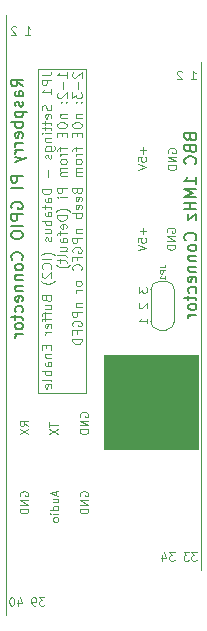
<source format=gbr>
G04 #@! TF.GenerationSoftware,KiCad,Pcbnew,9.0.0*
G04 #@! TF.CreationDate,2025-03-30T00:29:37+00:00*
G04 #@! TF.ProjectId,1MHzAdaptor,314d487a-4164-4617-9074-6f722e6b6963,03b*
G04 #@! TF.SameCoordinates,Original*
G04 #@! TF.FileFunction,Legend,Bot*
G04 #@! TF.FilePolarity,Positive*
%FSLAX46Y46*%
G04 Gerber Fmt 4.6, Leading zero omitted, Abs format (unit mm)*
G04 Created by KiCad (PCBNEW 9.0.0) date 2025-03-30 00:29:37*
%MOMM*%
%LPD*%
G01*
G04 APERTURE LIST*
G04 Aperture macros list*
%AMFreePoly0*
4,1,23,0.550000,-0.750000,0.000000,-0.750000,0.000000,-0.745722,-0.065263,-0.745722,-0.191342,-0.711940,-0.304381,-0.646677,-0.396677,-0.554381,-0.461940,-0.441342,-0.495722,-0.315263,-0.495722,-0.250000,-0.500000,-0.250000,-0.500000,0.250000,-0.495722,0.250000,-0.495722,0.315263,-0.461940,0.441342,-0.396677,0.554381,-0.304381,0.646677,-0.191342,0.711940,-0.065263,0.745722,0.000000,0.745722,
0.000000,0.750000,0.550000,0.750000,0.550000,-0.750000,0.550000,-0.750000,$1*%
%AMFreePoly1*
4,1,23,0.000000,0.745722,0.065263,0.745722,0.191342,0.711940,0.304381,0.646677,0.396677,0.554381,0.461940,0.441342,0.495722,0.315263,0.495722,0.250000,0.500000,0.250000,0.500000,-0.250000,0.495722,-0.250000,0.495722,-0.315263,0.461940,-0.441342,0.396677,-0.554381,0.304381,-0.646677,0.191342,-0.711940,0.065263,-0.745722,0.000000,-0.745722,0.000000,-0.750000,-0.550000,-0.750000,
-0.550000,0.750000,0.000000,0.750000,0.000000,0.745722,0.000000,0.745722,$1*%
G04 Aperture macros list end*
%ADD10C,0.120000*%
%ADD11C,0.100000*%
%ADD12C,0.150000*%
%ADD13R,1.700000X1.700000*%
%ADD14O,1.700000X1.700000*%
%ADD15FreePoly0,90.000000*%
%ADD16R,1.500000X1.000000*%
%ADD17FreePoly1,90.000000*%
G04 APERTURE END LIST*
D10*
X146011900Y-58547000D02*
X146011900Y-101600000D01*
X129438400Y-54610000D02*
X129438400Y-105410000D01*
X132181400Y-59126600D02*
X136245400Y-59126600D01*
X136245400Y-86558600D01*
X132181400Y-86558600D01*
X132181400Y-59126600D01*
X137745400Y-83374000D02*
X145745400Y-83374000D01*
X145745400Y-91374000D01*
X137745400Y-91374000D01*
X137745400Y-83374000D01*
G36*
X137745400Y-83374000D02*
G01*
X145745400Y-83374000D01*
X145745400Y-91374000D01*
X137745400Y-91374000D01*
X137745400Y-83374000D01*
G37*
D11*
X145606900Y-100075633D02*
X145173566Y-100075633D01*
X145173566Y-100075633D02*
X145406900Y-100342300D01*
X145406900Y-100342300D02*
X145306900Y-100342300D01*
X145306900Y-100342300D02*
X145240233Y-100375633D01*
X145240233Y-100375633D02*
X145206900Y-100408966D01*
X145206900Y-100408966D02*
X145173566Y-100475633D01*
X145173566Y-100475633D02*
X145173566Y-100642300D01*
X145173566Y-100642300D02*
X145206900Y-100708966D01*
X145206900Y-100708966D02*
X145240233Y-100742300D01*
X145240233Y-100742300D02*
X145306900Y-100775633D01*
X145306900Y-100775633D02*
X145506900Y-100775633D01*
X145506900Y-100775633D02*
X145573566Y-100742300D01*
X145573566Y-100742300D02*
X145606900Y-100708966D01*
X144940233Y-100075633D02*
X144506899Y-100075633D01*
X144506899Y-100075633D02*
X144740233Y-100342300D01*
X144740233Y-100342300D02*
X144640233Y-100342300D01*
X144640233Y-100342300D02*
X144573566Y-100375633D01*
X144573566Y-100375633D02*
X144540233Y-100408966D01*
X144540233Y-100408966D02*
X144506899Y-100475633D01*
X144506899Y-100475633D02*
X144506899Y-100642300D01*
X144506899Y-100642300D02*
X144540233Y-100708966D01*
X144540233Y-100708966D02*
X144573566Y-100742300D01*
X144573566Y-100742300D02*
X144640233Y-100775633D01*
X144640233Y-100775633D02*
X144840233Y-100775633D01*
X144840233Y-100775633D02*
X144906899Y-100742300D01*
X144906899Y-100742300D02*
X144940233Y-100708966D01*
X143740233Y-100075633D02*
X143306899Y-100075633D01*
X143306899Y-100075633D02*
X143540233Y-100342300D01*
X143540233Y-100342300D02*
X143440233Y-100342300D01*
X143440233Y-100342300D02*
X143373566Y-100375633D01*
X143373566Y-100375633D02*
X143340233Y-100408966D01*
X143340233Y-100408966D02*
X143306899Y-100475633D01*
X143306899Y-100475633D02*
X143306899Y-100642300D01*
X143306899Y-100642300D02*
X143340233Y-100708966D01*
X143340233Y-100708966D02*
X143373566Y-100742300D01*
X143373566Y-100742300D02*
X143440233Y-100775633D01*
X143440233Y-100775633D02*
X143640233Y-100775633D01*
X143640233Y-100775633D02*
X143706899Y-100742300D01*
X143706899Y-100742300D02*
X143740233Y-100708966D01*
X142706899Y-100308966D02*
X142706899Y-100775633D01*
X142873566Y-100042300D02*
X143040232Y-100542300D01*
X143040232Y-100542300D02*
X142606899Y-100542300D01*
X132716400Y-103885633D02*
X132283066Y-103885633D01*
X132283066Y-103885633D02*
X132516400Y-104152300D01*
X132516400Y-104152300D02*
X132416400Y-104152300D01*
X132416400Y-104152300D02*
X132349733Y-104185633D01*
X132349733Y-104185633D02*
X132316400Y-104218966D01*
X132316400Y-104218966D02*
X132283066Y-104285633D01*
X132283066Y-104285633D02*
X132283066Y-104452300D01*
X132283066Y-104452300D02*
X132316400Y-104518966D01*
X132316400Y-104518966D02*
X132349733Y-104552300D01*
X132349733Y-104552300D02*
X132416400Y-104585633D01*
X132416400Y-104585633D02*
X132616400Y-104585633D01*
X132616400Y-104585633D02*
X132683066Y-104552300D01*
X132683066Y-104552300D02*
X132716400Y-104518966D01*
X131949733Y-104585633D02*
X131816399Y-104585633D01*
X131816399Y-104585633D02*
X131749733Y-104552300D01*
X131749733Y-104552300D02*
X131716399Y-104518966D01*
X131716399Y-104518966D02*
X131649733Y-104418966D01*
X131649733Y-104418966D02*
X131616399Y-104285633D01*
X131616399Y-104285633D02*
X131616399Y-104018966D01*
X131616399Y-104018966D02*
X131649733Y-103952300D01*
X131649733Y-103952300D02*
X131683066Y-103918966D01*
X131683066Y-103918966D02*
X131749733Y-103885633D01*
X131749733Y-103885633D02*
X131883066Y-103885633D01*
X131883066Y-103885633D02*
X131949733Y-103918966D01*
X131949733Y-103918966D02*
X131983066Y-103952300D01*
X131983066Y-103952300D02*
X132016399Y-104018966D01*
X132016399Y-104018966D02*
X132016399Y-104185633D01*
X132016399Y-104185633D02*
X131983066Y-104252300D01*
X131983066Y-104252300D02*
X131949733Y-104285633D01*
X131949733Y-104285633D02*
X131883066Y-104318966D01*
X131883066Y-104318966D02*
X131749733Y-104318966D01*
X131749733Y-104318966D02*
X131683066Y-104285633D01*
X131683066Y-104285633D02*
X131649733Y-104252300D01*
X131649733Y-104252300D02*
X131616399Y-104185633D01*
X130483066Y-104118966D02*
X130483066Y-104585633D01*
X130649733Y-103852300D02*
X130816399Y-104352300D01*
X130816399Y-104352300D02*
X130383066Y-104352300D01*
X129983066Y-103885633D02*
X129916399Y-103885633D01*
X129916399Y-103885633D02*
X129849732Y-103918966D01*
X129849732Y-103918966D02*
X129816399Y-103952300D01*
X129816399Y-103952300D02*
X129783066Y-104018966D01*
X129783066Y-104018966D02*
X129749732Y-104152300D01*
X129749732Y-104152300D02*
X129749732Y-104318966D01*
X129749732Y-104318966D02*
X129783066Y-104452300D01*
X129783066Y-104452300D02*
X129816399Y-104518966D01*
X129816399Y-104518966D02*
X129849732Y-104552300D01*
X129849732Y-104552300D02*
X129916399Y-104585633D01*
X129916399Y-104585633D02*
X129983066Y-104585633D01*
X129983066Y-104585633D02*
X130049732Y-104552300D01*
X130049732Y-104552300D02*
X130083066Y-104518966D01*
X130083066Y-104518966D02*
X130116399Y-104452300D01*
X130116399Y-104452300D02*
X130149732Y-104318966D01*
X130149732Y-104318966D02*
X130149732Y-104152300D01*
X130149732Y-104152300D02*
X130116399Y-104018966D01*
X130116399Y-104018966D02*
X130083066Y-103952300D01*
X130083066Y-103952300D02*
X130049732Y-103918966D01*
X130049732Y-103918966D02*
X129983066Y-103885633D01*
D12*
X130909219Y-60631084D02*
X130433028Y-60297751D01*
X130909219Y-60059656D02*
X129909219Y-60059656D01*
X129909219Y-60059656D02*
X129909219Y-60440608D01*
X129909219Y-60440608D02*
X129956838Y-60535846D01*
X129956838Y-60535846D02*
X130004457Y-60583465D01*
X130004457Y-60583465D02*
X130099695Y-60631084D01*
X130099695Y-60631084D02*
X130242552Y-60631084D01*
X130242552Y-60631084D02*
X130337790Y-60583465D01*
X130337790Y-60583465D02*
X130385409Y-60535846D01*
X130385409Y-60535846D02*
X130433028Y-60440608D01*
X130433028Y-60440608D02*
X130433028Y-60059656D01*
X130909219Y-61488227D02*
X130385409Y-61488227D01*
X130385409Y-61488227D02*
X130290171Y-61440608D01*
X130290171Y-61440608D02*
X130242552Y-61345370D01*
X130242552Y-61345370D02*
X130242552Y-61154894D01*
X130242552Y-61154894D02*
X130290171Y-61059656D01*
X130861600Y-61488227D02*
X130909219Y-61392989D01*
X130909219Y-61392989D02*
X130909219Y-61154894D01*
X130909219Y-61154894D02*
X130861600Y-61059656D01*
X130861600Y-61059656D02*
X130766361Y-61012037D01*
X130766361Y-61012037D02*
X130671123Y-61012037D01*
X130671123Y-61012037D02*
X130575885Y-61059656D01*
X130575885Y-61059656D02*
X130528266Y-61154894D01*
X130528266Y-61154894D02*
X130528266Y-61392989D01*
X130528266Y-61392989D02*
X130480647Y-61488227D01*
X130861600Y-61916799D02*
X130909219Y-62012037D01*
X130909219Y-62012037D02*
X130909219Y-62202513D01*
X130909219Y-62202513D02*
X130861600Y-62297751D01*
X130861600Y-62297751D02*
X130766361Y-62345370D01*
X130766361Y-62345370D02*
X130718742Y-62345370D01*
X130718742Y-62345370D02*
X130623504Y-62297751D01*
X130623504Y-62297751D02*
X130575885Y-62202513D01*
X130575885Y-62202513D02*
X130575885Y-62059656D01*
X130575885Y-62059656D02*
X130528266Y-61964418D01*
X130528266Y-61964418D02*
X130433028Y-61916799D01*
X130433028Y-61916799D02*
X130385409Y-61916799D01*
X130385409Y-61916799D02*
X130290171Y-61964418D01*
X130290171Y-61964418D02*
X130242552Y-62059656D01*
X130242552Y-62059656D02*
X130242552Y-62202513D01*
X130242552Y-62202513D02*
X130290171Y-62297751D01*
X130242552Y-62773942D02*
X131242552Y-62773942D01*
X130290171Y-62773942D02*
X130242552Y-62869180D01*
X130242552Y-62869180D02*
X130242552Y-63059656D01*
X130242552Y-63059656D02*
X130290171Y-63154894D01*
X130290171Y-63154894D02*
X130337790Y-63202513D01*
X130337790Y-63202513D02*
X130433028Y-63250132D01*
X130433028Y-63250132D02*
X130718742Y-63250132D01*
X130718742Y-63250132D02*
X130813980Y-63202513D01*
X130813980Y-63202513D02*
X130861600Y-63154894D01*
X130861600Y-63154894D02*
X130909219Y-63059656D01*
X130909219Y-63059656D02*
X130909219Y-62869180D01*
X130909219Y-62869180D02*
X130861600Y-62773942D01*
X130909219Y-63678704D02*
X129909219Y-63678704D01*
X130290171Y-63678704D02*
X130242552Y-63773942D01*
X130242552Y-63773942D02*
X130242552Y-63964418D01*
X130242552Y-63964418D02*
X130290171Y-64059656D01*
X130290171Y-64059656D02*
X130337790Y-64107275D01*
X130337790Y-64107275D02*
X130433028Y-64154894D01*
X130433028Y-64154894D02*
X130718742Y-64154894D01*
X130718742Y-64154894D02*
X130813980Y-64107275D01*
X130813980Y-64107275D02*
X130861600Y-64059656D01*
X130861600Y-64059656D02*
X130909219Y-63964418D01*
X130909219Y-63964418D02*
X130909219Y-63773942D01*
X130909219Y-63773942D02*
X130861600Y-63678704D01*
X130861600Y-64964418D02*
X130909219Y-64869180D01*
X130909219Y-64869180D02*
X130909219Y-64678704D01*
X130909219Y-64678704D02*
X130861600Y-64583466D01*
X130861600Y-64583466D02*
X130766361Y-64535847D01*
X130766361Y-64535847D02*
X130385409Y-64535847D01*
X130385409Y-64535847D02*
X130290171Y-64583466D01*
X130290171Y-64583466D02*
X130242552Y-64678704D01*
X130242552Y-64678704D02*
X130242552Y-64869180D01*
X130242552Y-64869180D02*
X130290171Y-64964418D01*
X130290171Y-64964418D02*
X130385409Y-65012037D01*
X130385409Y-65012037D02*
X130480647Y-65012037D01*
X130480647Y-65012037D02*
X130575885Y-64535847D01*
X130909219Y-65440609D02*
X130242552Y-65440609D01*
X130433028Y-65440609D02*
X130337790Y-65488228D01*
X130337790Y-65488228D02*
X130290171Y-65535847D01*
X130290171Y-65535847D02*
X130242552Y-65631085D01*
X130242552Y-65631085D02*
X130242552Y-65726323D01*
X130909219Y-66059657D02*
X130242552Y-66059657D01*
X130433028Y-66059657D02*
X130337790Y-66107276D01*
X130337790Y-66107276D02*
X130290171Y-66154895D01*
X130290171Y-66154895D02*
X130242552Y-66250133D01*
X130242552Y-66250133D02*
X130242552Y-66345371D01*
X130242552Y-66583467D02*
X130909219Y-66821562D01*
X130242552Y-67059657D02*
X130909219Y-66821562D01*
X130909219Y-66821562D02*
X131147314Y-66726324D01*
X131147314Y-66726324D02*
X131194933Y-66678705D01*
X131194933Y-66678705D02*
X131242552Y-66583467D01*
X130909219Y-68202515D02*
X129909219Y-68202515D01*
X129909219Y-68202515D02*
X129909219Y-68583467D01*
X129909219Y-68583467D02*
X129956838Y-68678705D01*
X129956838Y-68678705D02*
X130004457Y-68726324D01*
X130004457Y-68726324D02*
X130099695Y-68773943D01*
X130099695Y-68773943D02*
X130242552Y-68773943D01*
X130242552Y-68773943D02*
X130337790Y-68726324D01*
X130337790Y-68726324D02*
X130385409Y-68678705D01*
X130385409Y-68678705D02*
X130433028Y-68583467D01*
X130433028Y-68583467D02*
X130433028Y-68202515D01*
X130909219Y-69202515D02*
X129909219Y-69202515D01*
X129956838Y-70964419D02*
X129909219Y-70869181D01*
X129909219Y-70869181D02*
X129909219Y-70726324D01*
X129909219Y-70726324D02*
X129956838Y-70583467D01*
X129956838Y-70583467D02*
X130052076Y-70488229D01*
X130052076Y-70488229D02*
X130147314Y-70440610D01*
X130147314Y-70440610D02*
X130337790Y-70392991D01*
X130337790Y-70392991D02*
X130480647Y-70392991D01*
X130480647Y-70392991D02*
X130671123Y-70440610D01*
X130671123Y-70440610D02*
X130766361Y-70488229D01*
X130766361Y-70488229D02*
X130861600Y-70583467D01*
X130861600Y-70583467D02*
X130909219Y-70726324D01*
X130909219Y-70726324D02*
X130909219Y-70821562D01*
X130909219Y-70821562D02*
X130861600Y-70964419D01*
X130861600Y-70964419D02*
X130813980Y-71012038D01*
X130813980Y-71012038D02*
X130480647Y-71012038D01*
X130480647Y-71012038D02*
X130480647Y-70821562D01*
X130909219Y-71440610D02*
X129909219Y-71440610D01*
X129909219Y-71440610D02*
X129909219Y-71821562D01*
X129909219Y-71821562D02*
X129956838Y-71916800D01*
X129956838Y-71916800D02*
X130004457Y-71964419D01*
X130004457Y-71964419D02*
X130099695Y-72012038D01*
X130099695Y-72012038D02*
X130242552Y-72012038D01*
X130242552Y-72012038D02*
X130337790Y-71964419D01*
X130337790Y-71964419D02*
X130385409Y-71916800D01*
X130385409Y-71916800D02*
X130433028Y-71821562D01*
X130433028Y-71821562D02*
X130433028Y-71440610D01*
X130909219Y-72440610D02*
X129909219Y-72440610D01*
X129909219Y-73107276D02*
X129909219Y-73297752D01*
X129909219Y-73297752D02*
X129956838Y-73392990D01*
X129956838Y-73392990D02*
X130052076Y-73488228D01*
X130052076Y-73488228D02*
X130242552Y-73535847D01*
X130242552Y-73535847D02*
X130575885Y-73535847D01*
X130575885Y-73535847D02*
X130766361Y-73488228D01*
X130766361Y-73488228D02*
X130861600Y-73392990D01*
X130861600Y-73392990D02*
X130909219Y-73297752D01*
X130909219Y-73297752D02*
X130909219Y-73107276D01*
X130909219Y-73107276D02*
X130861600Y-73012038D01*
X130861600Y-73012038D02*
X130766361Y-72916800D01*
X130766361Y-72916800D02*
X130575885Y-72869181D01*
X130575885Y-72869181D02*
X130242552Y-72869181D01*
X130242552Y-72869181D02*
X130052076Y-72916800D01*
X130052076Y-72916800D02*
X129956838Y-73012038D01*
X129956838Y-73012038D02*
X129909219Y-73107276D01*
X130813980Y-75297752D02*
X130861600Y-75250133D01*
X130861600Y-75250133D02*
X130909219Y-75107276D01*
X130909219Y-75107276D02*
X130909219Y-75012038D01*
X130909219Y-75012038D02*
X130861600Y-74869181D01*
X130861600Y-74869181D02*
X130766361Y-74773943D01*
X130766361Y-74773943D02*
X130671123Y-74726324D01*
X130671123Y-74726324D02*
X130480647Y-74678705D01*
X130480647Y-74678705D02*
X130337790Y-74678705D01*
X130337790Y-74678705D02*
X130147314Y-74726324D01*
X130147314Y-74726324D02*
X130052076Y-74773943D01*
X130052076Y-74773943D02*
X129956838Y-74869181D01*
X129956838Y-74869181D02*
X129909219Y-75012038D01*
X129909219Y-75012038D02*
X129909219Y-75107276D01*
X129909219Y-75107276D02*
X129956838Y-75250133D01*
X129956838Y-75250133D02*
X130004457Y-75297752D01*
X130909219Y-75869181D02*
X130861600Y-75773943D01*
X130861600Y-75773943D02*
X130813980Y-75726324D01*
X130813980Y-75726324D02*
X130718742Y-75678705D01*
X130718742Y-75678705D02*
X130433028Y-75678705D01*
X130433028Y-75678705D02*
X130337790Y-75726324D01*
X130337790Y-75726324D02*
X130290171Y-75773943D01*
X130290171Y-75773943D02*
X130242552Y-75869181D01*
X130242552Y-75869181D02*
X130242552Y-76012038D01*
X130242552Y-76012038D02*
X130290171Y-76107276D01*
X130290171Y-76107276D02*
X130337790Y-76154895D01*
X130337790Y-76154895D02*
X130433028Y-76202514D01*
X130433028Y-76202514D02*
X130718742Y-76202514D01*
X130718742Y-76202514D02*
X130813980Y-76154895D01*
X130813980Y-76154895D02*
X130861600Y-76107276D01*
X130861600Y-76107276D02*
X130909219Y-76012038D01*
X130909219Y-76012038D02*
X130909219Y-75869181D01*
X130242552Y-76631086D02*
X130909219Y-76631086D01*
X130337790Y-76631086D02*
X130290171Y-76678705D01*
X130290171Y-76678705D02*
X130242552Y-76773943D01*
X130242552Y-76773943D02*
X130242552Y-76916800D01*
X130242552Y-76916800D02*
X130290171Y-77012038D01*
X130290171Y-77012038D02*
X130385409Y-77059657D01*
X130385409Y-77059657D02*
X130909219Y-77059657D01*
X130242552Y-77535848D02*
X130909219Y-77535848D01*
X130337790Y-77535848D02*
X130290171Y-77583467D01*
X130290171Y-77583467D02*
X130242552Y-77678705D01*
X130242552Y-77678705D02*
X130242552Y-77821562D01*
X130242552Y-77821562D02*
X130290171Y-77916800D01*
X130290171Y-77916800D02*
X130385409Y-77964419D01*
X130385409Y-77964419D02*
X130909219Y-77964419D01*
X130861600Y-78821562D02*
X130909219Y-78726324D01*
X130909219Y-78726324D02*
X130909219Y-78535848D01*
X130909219Y-78535848D02*
X130861600Y-78440610D01*
X130861600Y-78440610D02*
X130766361Y-78392991D01*
X130766361Y-78392991D02*
X130385409Y-78392991D01*
X130385409Y-78392991D02*
X130290171Y-78440610D01*
X130290171Y-78440610D02*
X130242552Y-78535848D01*
X130242552Y-78535848D02*
X130242552Y-78726324D01*
X130242552Y-78726324D02*
X130290171Y-78821562D01*
X130290171Y-78821562D02*
X130385409Y-78869181D01*
X130385409Y-78869181D02*
X130480647Y-78869181D01*
X130480647Y-78869181D02*
X130575885Y-78392991D01*
X130861600Y-79726324D02*
X130909219Y-79631086D01*
X130909219Y-79631086D02*
X130909219Y-79440610D01*
X130909219Y-79440610D02*
X130861600Y-79345372D01*
X130861600Y-79345372D02*
X130813980Y-79297753D01*
X130813980Y-79297753D02*
X130718742Y-79250134D01*
X130718742Y-79250134D02*
X130433028Y-79250134D01*
X130433028Y-79250134D02*
X130337790Y-79297753D01*
X130337790Y-79297753D02*
X130290171Y-79345372D01*
X130290171Y-79345372D02*
X130242552Y-79440610D01*
X130242552Y-79440610D02*
X130242552Y-79631086D01*
X130242552Y-79631086D02*
X130290171Y-79726324D01*
X130242552Y-80012039D02*
X130242552Y-80392991D01*
X129909219Y-80154896D02*
X130766361Y-80154896D01*
X130766361Y-80154896D02*
X130861600Y-80202515D01*
X130861600Y-80202515D02*
X130909219Y-80297753D01*
X130909219Y-80297753D02*
X130909219Y-80392991D01*
X130909219Y-80869182D02*
X130861600Y-80773944D01*
X130861600Y-80773944D02*
X130813980Y-80726325D01*
X130813980Y-80726325D02*
X130718742Y-80678706D01*
X130718742Y-80678706D02*
X130433028Y-80678706D01*
X130433028Y-80678706D02*
X130337790Y-80726325D01*
X130337790Y-80726325D02*
X130290171Y-80773944D01*
X130290171Y-80773944D02*
X130242552Y-80869182D01*
X130242552Y-80869182D02*
X130242552Y-81012039D01*
X130242552Y-81012039D02*
X130290171Y-81107277D01*
X130290171Y-81107277D02*
X130337790Y-81154896D01*
X130337790Y-81154896D02*
X130433028Y-81202515D01*
X130433028Y-81202515D02*
X130718742Y-81202515D01*
X130718742Y-81202515D02*
X130813980Y-81154896D01*
X130813980Y-81154896D02*
X130861600Y-81107277D01*
X130861600Y-81107277D02*
X130909219Y-81012039D01*
X130909219Y-81012039D02*
X130909219Y-80869182D01*
X130909219Y-81631087D02*
X130242552Y-81631087D01*
X130433028Y-81631087D02*
X130337790Y-81678706D01*
X130337790Y-81678706D02*
X130290171Y-81726325D01*
X130290171Y-81726325D02*
X130242552Y-81821563D01*
X130242552Y-81821563D02*
X130242552Y-81916801D01*
X145053909Y-64945427D02*
X145101528Y-65088284D01*
X145101528Y-65088284D02*
X145149147Y-65135903D01*
X145149147Y-65135903D02*
X145244385Y-65183522D01*
X145244385Y-65183522D02*
X145387242Y-65183522D01*
X145387242Y-65183522D02*
X145482480Y-65135903D01*
X145482480Y-65135903D02*
X145530100Y-65088284D01*
X145530100Y-65088284D02*
X145577719Y-64993046D01*
X145577719Y-64993046D02*
X145577719Y-64612094D01*
X145577719Y-64612094D02*
X144577719Y-64612094D01*
X144577719Y-64612094D02*
X144577719Y-64945427D01*
X144577719Y-64945427D02*
X144625338Y-65040665D01*
X144625338Y-65040665D02*
X144672957Y-65088284D01*
X144672957Y-65088284D02*
X144768195Y-65135903D01*
X144768195Y-65135903D02*
X144863433Y-65135903D01*
X144863433Y-65135903D02*
X144958671Y-65088284D01*
X144958671Y-65088284D02*
X145006290Y-65040665D01*
X145006290Y-65040665D02*
X145053909Y-64945427D01*
X145053909Y-64945427D02*
X145053909Y-64612094D01*
X145053909Y-65945427D02*
X145101528Y-66088284D01*
X145101528Y-66088284D02*
X145149147Y-66135903D01*
X145149147Y-66135903D02*
X145244385Y-66183522D01*
X145244385Y-66183522D02*
X145387242Y-66183522D01*
X145387242Y-66183522D02*
X145482480Y-66135903D01*
X145482480Y-66135903D02*
X145530100Y-66088284D01*
X145530100Y-66088284D02*
X145577719Y-65993046D01*
X145577719Y-65993046D02*
X145577719Y-65612094D01*
X145577719Y-65612094D02*
X144577719Y-65612094D01*
X144577719Y-65612094D02*
X144577719Y-65945427D01*
X144577719Y-65945427D02*
X144625338Y-66040665D01*
X144625338Y-66040665D02*
X144672957Y-66088284D01*
X144672957Y-66088284D02*
X144768195Y-66135903D01*
X144768195Y-66135903D02*
X144863433Y-66135903D01*
X144863433Y-66135903D02*
X144958671Y-66088284D01*
X144958671Y-66088284D02*
X145006290Y-66040665D01*
X145006290Y-66040665D02*
X145053909Y-65945427D01*
X145053909Y-65945427D02*
X145053909Y-65612094D01*
X145482480Y-67183522D02*
X145530100Y-67135903D01*
X145530100Y-67135903D02*
X145577719Y-66993046D01*
X145577719Y-66993046D02*
X145577719Y-66897808D01*
X145577719Y-66897808D02*
X145530100Y-66754951D01*
X145530100Y-66754951D02*
X145434861Y-66659713D01*
X145434861Y-66659713D02*
X145339623Y-66612094D01*
X145339623Y-66612094D02*
X145149147Y-66564475D01*
X145149147Y-66564475D02*
X145006290Y-66564475D01*
X145006290Y-66564475D02*
X144815814Y-66612094D01*
X144815814Y-66612094D02*
X144720576Y-66659713D01*
X144720576Y-66659713D02*
X144625338Y-66754951D01*
X144625338Y-66754951D02*
X144577719Y-66897808D01*
X144577719Y-66897808D02*
X144577719Y-66993046D01*
X144577719Y-66993046D02*
X144625338Y-67135903D01*
X144625338Y-67135903D02*
X144672957Y-67183522D01*
X145577719Y-68897808D02*
X145577719Y-68326380D01*
X145577719Y-68612094D02*
X144577719Y-68612094D01*
X144577719Y-68612094D02*
X144720576Y-68516856D01*
X144720576Y-68516856D02*
X144815814Y-68421618D01*
X144815814Y-68421618D02*
X144863433Y-68326380D01*
X145577719Y-69326380D02*
X144577719Y-69326380D01*
X144577719Y-69326380D02*
X145292004Y-69659713D01*
X145292004Y-69659713D02*
X144577719Y-69993046D01*
X144577719Y-69993046D02*
X145577719Y-69993046D01*
X145577719Y-70469237D02*
X144577719Y-70469237D01*
X145053909Y-70469237D02*
X145053909Y-71040665D01*
X145577719Y-71040665D02*
X144577719Y-71040665D01*
X144911052Y-71421618D02*
X144911052Y-71945427D01*
X144911052Y-71945427D02*
X145577719Y-71421618D01*
X145577719Y-71421618D02*
X145577719Y-71945427D01*
X145482480Y-73659713D02*
X145530100Y-73612094D01*
X145530100Y-73612094D02*
X145577719Y-73469237D01*
X145577719Y-73469237D02*
X145577719Y-73373999D01*
X145577719Y-73373999D02*
X145530100Y-73231142D01*
X145530100Y-73231142D02*
X145434861Y-73135904D01*
X145434861Y-73135904D02*
X145339623Y-73088285D01*
X145339623Y-73088285D02*
X145149147Y-73040666D01*
X145149147Y-73040666D02*
X145006290Y-73040666D01*
X145006290Y-73040666D02*
X144815814Y-73088285D01*
X144815814Y-73088285D02*
X144720576Y-73135904D01*
X144720576Y-73135904D02*
X144625338Y-73231142D01*
X144625338Y-73231142D02*
X144577719Y-73373999D01*
X144577719Y-73373999D02*
X144577719Y-73469237D01*
X144577719Y-73469237D02*
X144625338Y-73612094D01*
X144625338Y-73612094D02*
X144672957Y-73659713D01*
X145577719Y-74231142D02*
X145530100Y-74135904D01*
X145530100Y-74135904D02*
X145482480Y-74088285D01*
X145482480Y-74088285D02*
X145387242Y-74040666D01*
X145387242Y-74040666D02*
X145101528Y-74040666D01*
X145101528Y-74040666D02*
X145006290Y-74088285D01*
X145006290Y-74088285D02*
X144958671Y-74135904D01*
X144958671Y-74135904D02*
X144911052Y-74231142D01*
X144911052Y-74231142D02*
X144911052Y-74373999D01*
X144911052Y-74373999D02*
X144958671Y-74469237D01*
X144958671Y-74469237D02*
X145006290Y-74516856D01*
X145006290Y-74516856D02*
X145101528Y-74564475D01*
X145101528Y-74564475D02*
X145387242Y-74564475D01*
X145387242Y-74564475D02*
X145482480Y-74516856D01*
X145482480Y-74516856D02*
X145530100Y-74469237D01*
X145530100Y-74469237D02*
X145577719Y-74373999D01*
X145577719Y-74373999D02*
X145577719Y-74231142D01*
X144911052Y-74993047D02*
X145577719Y-74993047D01*
X145006290Y-74993047D02*
X144958671Y-75040666D01*
X144958671Y-75040666D02*
X144911052Y-75135904D01*
X144911052Y-75135904D02*
X144911052Y-75278761D01*
X144911052Y-75278761D02*
X144958671Y-75373999D01*
X144958671Y-75373999D02*
X145053909Y-75421618D01*
X145053909Y-75421618D02*
X145577719Y-75421618D01*
X144911052Y-75897809D02*
X145577719Y-75897809D01*
X145006290Y-75897809D02*
X144958671Y-75945428D01*
X144958671Y-75945428D02*
X144911052Y-76040666D01*
X144911052Y-76040666D02*
X144911052Y-76183523D01*
X144911052Y-76183523D02*
X144958671Y-76278761D01*
X144958671Y-76278761D02*
X145053909Y-76326380D01*
X145053909Y-76326380D02*
X145577719Y-76326380D01*
X145530100Y-77183523D02*
X145577719Y-77088285D01*
X145577719Y-77088285D02*
X145577719Y-76897809D01*
X145577719Y-76897809D02*
X145530100Y-76802571D01*
X145530100Y-76802571D02*
X145434861Y-76754952D01*
X145434861Y-76754952D02*
X145053909Y-76754952D01*
X145053909Y-76754952D02*
X144958671Y-76802571D01*
X144958671Y-76802571D02*
X144911052Y-76897809D01*
X144911052Y-76897809D02*
X144911052Y-77088285D01*
X144911052Y-77088285D02*
X144958671Y-77183523D01*
X144958671Y-77183523D02*
X145053909Y-77231142D01*
X145053909Y-77231142D02*
X145149147Y-77231142D01*
X145149147Y-77231142D02*
X145244385Y-76754952D01*
X145530100Y-78088285D02*
X145577719Y-77993047D01*
X145577719Y-77993047D02*
X145577719Y-77802571D01*
X145577719Y-77802571D02*
X145530100Y-77707333D01*
X145530100Y-77707333D02*
X145482480Y-77659714D01*
X145482480Y-77659714D02*
X145387242Y-77612095D01*
X145387242Y-77612095D02*
X145101528Y-77612095D01*
X145101528Y-77612095D02*
X145006290Y-77659714D01*
X145006290Y-77659714D02*
X144958671Y-77707333D01*
X144958671Y-77707333D02*
X144911052Y-77802571D01*
X144911052Y-77802571D02*
X144911052Y-77993047D01*
X144911052Y-77993047D02*
X144958671Y-78088285D01*
X144911052Y-78374000D02*
X144911052Y-78754952D01*
X144577719Y-78516857D02*
X145434861Y-78516857D01*
X145434861Y-78516857D02*
X145530100Y-78564476D01*
X145530100Y-78564476D02*
X145577719Y-78659714D01*
X145577719Y-78659714D02*
X145577719Y-78754952D01*
X145577719Y-79231143D02*
X145530100Y-79135905D01*
X145530100Y-79135905D02*
X145482480Y-79088286D01*
X145482480Y-79088286D02*
X145387242Y-79040667D01*
X145387242Y-79040667D02*
X145101528Y-79040667D01*
X145101528Y-79040667D02*
X145006290Y-79088286D01*
X145006290Y-79088286D02*
X144958671Y-79135905D01*
X144958671Y-79135905D02*
X144911052Y-79231143D01*
X144911052Y-79231143D02*
X144911052Y-79374000D01*
X144911052Y-79374000D02*
X144958671Y-79469238D01*
X144958671Y-79469238D02*
X145006290Y-79516857D01*
X145006290Y-79516857D02*
X145101528Y-79564476D01*
X145101528Y-79564476D02*
X145387242Y-79564476D01*
X145387242Y-79564476D02*
X145482480Y-79516857D01*
X145482480Y-79516857D02*
X145530100Y-79469238D01*
X145530100Y-79469238D02*
X145577719Y-79374000D01*
X145577719Y-79374000D02*
X145577719Y-79231143D01*
X145577719Y-79993048D02*
X144911052Y-79993048D01*
X145101528Y-79993048D02*
X145006290Y-80040667D01*
X145006290Y-80040667D02*
X144958671Y-80088286D01*
X144958671Y-80088286D02*
X144911052Y-80183524D01*
X144911052Y-80183524D02*
X144911052Y-80278762D01*
D11*
X145141899Y-60008633D02*
X145541899Y-60008633D01*
X145341899Y-60008633D02*
X145341899Y-59308633D01*
X145341899Y-59308633D02*
X145408566Y-59408633D01*
X145408566Y-59408633D02*
X145475233Y-59475300D01*
X145475233Y-59475300D02*
X145541899Y-59508633D01*
X144341899Y-59375300D02*
X144308566Y-59341966D01*
X144308566Y-59341966D02*
X144241899Y-59308633D01*
X144241899Y-59308633D02*
X144075233Y-59308633D01*
X144075233Y-59308633D02*
X144008566Y-59341966D01*
X144008566Y-59341966D02*
X143975233Y-59375300D01*
X143975233Y-59375300D02*
X143941899Y-59441966D01*
X143941899Y-59441966D02*
X143941899Y-59508633D01*
X143941899Y-59508633D02*
X143975233Y-59608633D01*
X143975233Y-59608633D02*
X144375233Y-60008633D01*
X144375233Y-60008633D02*
X143941899Y-60008633D01*
X131108399Y-56249433D02*
X131508399Y-56249433D01*
X131308399Y-56249433D02*
X131308399Y-55549433D01*
X131308399Y-55549433D02*
X131375066Y-55649433D01*
X131375066Y-55649433D02*
X131441733Y-55716100D01*
X131441733Y-55716100D02*
X131508399Y-55749433D01*
X130308399Y-55616100D02*
X130275066Y-55582766D01*
X130275066Y-55582766D02*
X130208399Y-55549433D01*
X130208399Y-55549433D02*
X130041733Y-55549433D01*
X130041733Y-55549433D02*
X129975066Y-55582766D01*
X129975066Y-55582766D02*
X129941733Y-55616100D01*
X129941733Y-55616100D02*
X129908399Y-55682766D01*
X129908399Y-55682766D02*
X129908399Y-55749433D01*
X129908399Y-55749433D02*
X129941733Y-55849433D01*
X129941733Y-55849433D02*
X130341733Y-56249433D01*
X130341733Y-56249433D02*
X129908399Y-56249433D01*
X143187366Y-66253811D02*
X143154033Y-66187144D01*
X143154033Y-66187144D02*
X143154033Y-66087144D01*
X143154033Y-66087144D02*
X143187366Y-65987144D01*
X143187366Y-65987144D02*
X143254033Y-65920478D01*
X143254033Y-65920478D02*
X143320700Y-65887144D01*
X143320700Y-65887144D02*
X143454033Y-65853811D01*
X143454033Y-65853811D02*
X143554033Y-65853811D01*
X143554033Y-65853811D02*
X143687366Y-65887144D01*
X143687366Y-65887144D02*
X143754033Y-65920478D01*
X143754033Y-65920478D02*
X143820700Y-65987144D01*
X143820700Y-65987144D02*
X143854033Y-66087144D01*
X143854033Y-66087144D02*
X143854033Y-66153811D01*
X143854033Y-66153811D02*
X143820700Y-66253811D01*
X143820700Y-66253811D02*
X143787366Y-66287144D01*
X143787366Y-66287144D02*
X143554033Y-66287144D01*
X143554033Y-66287144D02*
X143554033Y-66153811D01*
X143854033Y-66587144D02*
X143154033Y-66587144D01*
X143154033Y-66587144D02*
X143854033Y-66987144D01*
X143854033Y-66987144D02*
X143154033Y-66987144D01*
X143854033Y-67320477D02*
X143154033Y-67320477D01*
X143154033Y-67320477D02*
X143154033Y-67487144D01*
X143154033Y-67487144D02*
X143187366Y-67587144D01*
X143187366Y-67587144D02*
X143254033Y-67653811D01*
X143254033Y-67653811D02*
X143320700Y-67687144D01*
X143320700Y-67687144D02*
X143454033Y-67720477D01*
X143454033Y-67720477D02*
X143554033Y-67720477D01*
X143554033Y-67720477D02*
X143687366Y-67687144D01*
X143687366Y-67687144D02*
X143754033Y-67653811D01*
X143754033Y-67653811D02*
X143820700Y-67587144D01*
X143820700Y-67587144D02*
X143854033Y-67487144D01*
X143854033Y-67487144D02*
X143854033Y-67320477D01*
X141047366Y-65785543D02*
X141047366Y-66318877D01*
X141314033Y-66052210D02*
X140780700Y-66052210D01*
X140614033Y-66985544D02*
X140614033Y-66652210D01*
X140614033Y-66652210D02*
X140947366Y-66618877D01*
X140947366Y-66618877D02*
X140914033Y-66652210D01*
X140914033Y-66652210D02*
X140880700Y-66718877D01*
X140880700Y-66718877D02*
X140880700Y-66885544D01*
X140880700Y-66885544D02*
X140914033Y-66952210D01*
X140914033Y-66952210D02*
X140947366Y-66985544D01*
X140947366Y-66985544D02*
X141014033Y-67018877D01*
X141014033Y-67018877D02*
X141180700Y-67018877D01*
X141180700Y-67018877D02*
X141247366Y-66985544D01*
X141247366Y-66985544D02*
X141280700Y-66952210D01*
X141280700Y-66952210D02*
X141314033Y-66885544D01*
X141314033Y-66885544D02*
X141314033Y-66718877D01*
X141314033Y-66718877D02*
X141280700Y-66652210D01*
X141280700Y-66652210D02*
X141247366Y-66618877D01*
X140614033Y-67218877D02*
X141314033Y-67452211D01*
X141314033Y-67452211D02*
X140614033Y-67685544D01*
X131344533Y-89405810D02*
X131011200Y-89172477D01*
X131344533Y-89005810D02*
X130644533Y-89005810D01*
X130644533Y-89005810D02*
X130644533Y-89272477D01*
X130644533Y-89272477D02*
X130677866Y-89339144D01*
X130677866Y-89339144D02*
X130711200Y-89372477D01*
X130711200Y-89372477D02*
X130777866Y-89405810D01*
X130777866Y-89405810D02*
X130877866Y-89405810D01*
X130877866Y-89405810D02*
X130944533Y-89372477D01*
X130944533Y-89372477D02*
X130977866Y-89339144D01*
X130977866Y-89339144D02*
X131011200Y-89272477D01*
X131011200Y-89272477D02*
X131011200Y-89005810D01*
X130644533Y-89639144D02*
X131344533Y-90105810D01*
X130644533Y-90105810D02*
X131344533Y-89639144D01*
X133133733Y-89072477D02*
X133133733Y-89472477D01*
X133833733Y-89272477D02*
X133133733Y-89272477D01*
X133133733Y-89639144D02*
X133833733Y-90105810D01*
X133133733Y-90105810D02*
X133833733Y-89639144D01*
X135757866Y-88605811D02*
X135724533Y-88539144D01*
X135724533Y-88539144D02*
X135724533Y-88439144D01*
X135724533Y-88439144D02*
X135757866Y-88339144D01*
X135757866Y-88339144D02*
X135824533Y-88272478D01*
X135824533Y-88272478D02*
X135891200Y-88239144D01*
X135891200Y-88239144D02*
X136024533Y-88205811D01*
X136024533Y-88205811D02*
X136124533Y-88205811D01*
X136124533Y-88205811D02*
X136257866Y-88239144D01*
X136257866Y-88239144D02*
X136324533Y-88272478D01*
X136324533Y-88272478D02*
X136391200Y-88339144D01*
X136391200Y-88339144D02*
X136424533Y-88439144D01*
X136424533Y-88439144D02*
X136424533Y-88505811D01*
X136424533Y-88505811D02*
X136391200Y-88605811D01*
X136391200Y-88605811D02*
X136357866Y-88639144D01*
X136357866Y-88639144D02*
X136124533Y-88639144D01*
X136124533Y-88639144D02*
X136124533Y-88505811D01*
X136424533Y-88939144D02*
X135724533Y-88939144D01*
X135724533Y-88939144D02*
X136424533Y-89339144D01*
X136424533Y-89339144D02*
X135724533Y-89339144D01*
X136424533Y-89672477D02*
X135724533Y-89672477D01*
X135724533Y-89672477D02*
X135724533Y-89839144D01*
X135724533Y-89839144D02*
X135757866Y-89939144D01*
X135757866Y-89939144D02*
X135824533Y-90005811D01*
X135824533Y-90005811D02*
X135891200Y-90039144D01*
X135891200Y-90039144D02*
X136024533Y-90072477D01*
X136024533Y-90072477D02*
X136124533Y-90072477D01*
X136124533Y-90072477D02*
X136257866Y-90039144D01*
X136257866Y-90039144D02*
X136324533Y-90005811D01*
X136324533Y-90005811D02*
X136391200Y-89939144D01*
X136391200Y-89939144D02*
X136424533Y-89839144D01*
X136424533Y-89839144D02*
X136424533Y-89672477D01*
X132512385Y-59699436D02*
X133083813Y-59699436D01*
X133083813Y-59699436D02*
X133198099Y-59661341D01*
X133198099Y-59661341D02*
X133274290Y-59585150D01*
X133274290Y-59585150D02*
X133312385Y-59470865D01*
X133312385Y-59470865D02*
X133312385Y-59394674D01*
X133312385Y-60080389D02*
X132512385Y-60080389D01*
X132512385Y-60080389D02*
X132512385Y-60385151D01*
X132512385Y-60385151D02*
X132550480Y-60461341D01*
X132550480Y-60461341D02*
X132588575Y-60499436D01*
X132588575Y-60499436D02*
X132664766Y-60537532D01*
X132664766Y-60537532D02*
X132779051Y-60537532D01*
X132779051Y-60537532D02*
X132855242Y-60499436D01*
X132855242Y-60499436D02*
X132893337Y-60461341D01*
X132893337Y-60461341D02*
X132931432Y-60385151D01*
X132931432Y-60385151D02*
X132931432Y-60080389D01*
X133312385Y-61299436D02*
X133312385Y-60842293D01*
X133312385Y-61070865D02*
X132512385Y-61070865D01*
X132512385Y-61070865D02*
X132626670Y-60994674D01*
X132626670Y-60994674D02*
X132702861Y-60918484D01*
X132702861Y-60918484D02*
X132740956Y-60842293D01*
X133274290Y-62213722D02*
X133312385Y-62328008D01*
X133312385Y-62328008D02*
X133312385Y-62518484D01*
X133312385Y-62518484D02*
X133274290Y-62594675D01*
X133274290Y-62594675D02*
X133236194Y-62632770D01*
X133236194Y-62632770D02*
X133160004Y-62670865D01*
X133160004Y-62670865D02*
X133083813Y-62670865D01*
X133083813Y-62670865D02*
X133007623Y-62632770D01*
X133007623Y-62632770D02*
X132969528Y-62594675D01*
X132969528Y-62594675D02*
X132931432Y-62518484D01*
X132931432Y-62518484D02*
X132893337Y-62366103D01*
X132893337Y-62366103D02*
X132855242Y-62289913D01*
X132855242Y-62289913D02*
X132817147Y-62251818D01*
X132817147Y-62251818D02*
X132740956Y-62213722D01*
X132740956Y-62213722D02*
X132664766Y-62213722D01*
X132664766Y-62213722D02*
X132588575Y-62251818D01*
X132588575Y-62251818D02*
X132550480Y-62289913D01*
X132550480Y-62289913D02*
X132512385Y-62366103D01*
X132512385Y-62366103D02*
X132512385Y-62556580D01*
X132512385Y-62556580D02*
X132550480Y-62670865D01*
X133274290Y-63318485D02*
X133312385Y-63242294D01*
X133312385Y-63242294D02*
X133312385Y-63089913D01*
X133312385Y-63089913D02*
X133274290Y-63013723D01*
X133274290Y-63013723D02*
X133198099Y-62975627D01*
X133198099Y-62975627D02*
X132893337Y-62975627D01*
X132893337Y-62975627D02*
X132817147Y-63013723D01*
X132817147Y-63013723D02*
X132779051Y-63089913D01*
X132779051Y-63089913D02*
X132779051Y-63242294D01*
X132779051Y-63242294D02*
X132817147Y-63318485D01*
X132817147Y-63318485D02*
X132893337Y-63356580D01*
X132893337Y-63356580D02*
X132969528Y-63356580D01*
X132969528Y-63356580D02*
X133045718Y-62975627D01*
X132779051Y-63585151D02*
X132779051Y-63889913D01*
X132512385Y-63699437D02*
X133198099Y-63699437D01*
X133198099Y-63699437D02*
X133274290Y-63737532D01*
X133274290Y-63737532D02*
X133312385Y-63813722D01*
X133312385Y-63813722D02*
X133312385Y-63889913D01*
X132779051Y-64042294D02*
X132779051Y-64347056D01*
X132512385Y-64156580D02*
X133198099Y-64156580D01*
X133198099Y-64156580D02*
X133274290Y-64194675D01*
X133274290Y-64194675D02*
X133312385Y-64270865D01*
X133312385Y-64270865D02*
X133312385Y-64347056D01*
X133312385Y-64613723D02*
X132779051Y-64613723D01*
X132512385Y-64613723D02*
X132550480Y-64575627D01*
X132550480Y-64575627D02*
X132588575Y-64613723D01*
X132588575Y-64613723D02*
X132550480Y-64651818D01*
X132550480Y-64651818D02*
X132512385Y-64613723D01*
X132512385Y-64613723D02*
X132588575Y-64613723D01*
X132779051Y-64994675D02*
X133312385Y-64994675D01*
X132855242Y-64994675D02*
X132817147Y-65032770D01*
X132817147Y-65032770D02*
X132779051Y-65108960D01*
X132779051Y-65108960D02*
X132779051Y-65223246D01*
X132779051Y-65223246D02*
X132817147Y-65299437D01*
X132817147Y-65299437D02*
X132893337Y-65337532D01*
X132893337Y-65337532D02*
X133312385Y-65337532D01*
X132779051Y-66061342D02*
X133426670Y-66061342D01*
X133426670Y-66061342D02*
X133502861Y-66023247D01*
X133502861Y-66023247D02*
X133540956Y-65985151D01*
X133540956Y-65985151D02*
X133579051Y-65908961D01*
X133579051Y-65908961D02*
X133579051Y-65794675D01*
X133579051Y-65794675D02*
X133540956Y-65718485D01*
X133274290Y-66061342D02*
X133312385Y-65985151D01*
X133312385Y-65985151D02*
X133312385Y-65832770D01*
X133312385Y-65832770D02*
X133274290Y-65756580D01*
X133274290Y-65756580D02*
X133236194Y-65718485D01*
X133236194Y-65718485D02*
X133160004Y-65680389D01*
X133160004Y-65680389D02*
X132931432Y-65680389D01*
X132931432Y-65680389D02*
X132855242Y-65718485D01*
X132855242Y-65718485D02*
X132817147Y-65756580D01*
X132817147Y-65756580D02*
X132779051Y-65832770D01*
X132779051Y-65832770D02*
X132779051Y-65985151D01*
X132779051Y-65985151D02*
X132817147Y-66061342D01*
X133274290Y-66404199D02*
X133312385Y-66480390D01*
X133312385Y-66480390D02*
X133312385Y-66632771D01*
X133312385Y-66632771D02*
X133274290Y-66708961D01*
X133274290Y-66708961D02*
X133198099Y-66747057D01*
X133198099Y-66747057D02*
X133160004Y-66747057D01*
X133160004Y-66747057D02*
X133083813Y-66708961D01*
X133083813Y-66708961D02*
X133045718Y-66632771D01*
X133045718Y-66632771D02*
X133045718Y-66518485D01*
X133045718Y-66518485D02*
X133007623Y-66442295D01*
X133007623Y-66442295D02*
X132931432Y-66404199D01*
X132931432Y-66404199D02*
X132893337Y-66404199D01*
X132893337Y-66404199D02*
X132817147Y-66442295D01*
X132817147Y-66442295D02*
X132779051Y-66518485D01*
X132779051Y-66518485D02*
X132779051Y-66632771D01*
X132779051Y-66632771D02*
X132817147Y-66708961D01*
X133007623Y-67699438D02*
X133007623Y-68308962D01*
X133312385Y-69299438D02*
X132512385Y-69299438D01*
X132512385Y-69299438D02*
X132512385Y-69489914D01*
X132512385Y-69489914D02*
X132550480Y-69604200D01*
X132550480Y-69604200D02*
X132626670Y-69680390D01*
X132626670Y-69680390D02*
X132702861Y-69718485D01*
X132702861Y-69718485D02*
X132855242Y-69756581D01*
X132855242Y-69756581D02*
X132969528Y-69756581D01*
X132969528Y-69756581D02*
X133121909Y-69718485D01*
X133121909Y-69718485D02*
X133198099Y-69680390D01*
X133198099Y-69680390D02*
X133274290Y-69604200D01*
X133274290Y-69604200D02*
X133312385Y-69489914D01*
X133312385Y-69489914D02*
X133312385Y-69299438D01*
X133312385Y-70442295D02*
X132893337Y-70442295D01*
X132893337Y-70442295D02*
X132817147Y-70404200D01*
X132817147Y-70404200D02*
X132779051Y-70328009D01*
X132779051Y-70328009D02*
X132779051Y-70175628D01*
X132779051Y-70175628D02*
X132817147Y-70099438D01*
X133274290Y-70442295D02*
X133312385Y-70366104D01*
X133312385Y-70366104D02*
X133312385Y-70175628D01*
X133312385Y-70175628D02*
X133274290Y-70099438D01*
X133274290Y-70099438D02*
X133198099Y-70061342D01*
X133198099Y-70061342D02*
X133121909Y-70061342D01*
X133121909Y-70061342D02*
X133045718Y-70099438D01*
X133045718Y-70099438D02*
X133007623Y-70175628D01*
X133007623Y-70175628D02*
X133007623Y-70366104D01*
X133007623Y-70366104D02*
X132969528Y-70442295D01*
X132779051Y-70708962D02*
X132779051Y-71013724D01*
X132512385Y-70823248D02*
X133198099Y-70823248D01*
X133198099Y-70823248D02*
X133274290Y-70861343D01*
X133274290Y-70861343D02*
X133312385Y-70937533D01*
X133312385Y-70937533D02*
X133312385Y-71013724D01*
X133312385Y-71623248D02*
X132893337Y-71623248D01*
X132893337Y-71623248D02*
X132817147Y-71585153D01*
X132817147Y-71585153D02*
X132779051Y-71508962D01*
X132779051Y-71508962D02*
X132779051Y-71356581D01*
X132779051Y-71356581D02*
X132817147Y-71280391D01*
X133274290Y-71623248D02*
X133312385Y-71547057D01*
X133312385Y-71547057D02*
X133312385Y-71356581D01*
X133312385Y-71356581D02*
X133274290Y-71280391D01*
X133274290Y-71280391D02*
X133198099Y-71242295D01*
X133198099Y-71242295D02*
X133121909Y-71242295D01*
X133121909Y-71242295D02*
X133045718Y-71280391D01*
X133045718Y-71280391D02*
X133007623Y-71356581D01*
X133007623Y-71356581D02*
X133007623Y-71547057D01*
X133007623Y-71547057D02*
X132969528Y-71623248D01*
X133312385Y-72004201D02*
X132512385Y-72004201D01*
X132817147Y-72004201D02*
X132779051Y-72080391D01*
X132779051Y-72080391D02*
X132779051Y-72232772D01*
X132779051Y-72232772D02*
X132817147Y-72308963D01*
X132817147Y-72308963D02*
X132855242Y-72347058D01*
X132855242Y-72347058D02*
X132931432Y-72385153D01*
X132931432Y-72385153D02*
X133160004Y-72385153D01*
X133160004Y-72385153D02*
X133236194Y-72347058D01*
X133236194Y-72347058D02*
X133274290Y-72308963D01*
X133274290Y-72308963D02*
X133312385Y-72232772D01*
X133312385Y-72232772D02*
X133312385Y-72080391D01*
X133312385Y-72080391D02*
X133274290Y-72004201D01*
X132779051Y-73070868D02*
X133312385Y-73070868D01*
X132779051Y-72728011D02*
X133198099Y-72728011D01*
X133198099Y-72728011D02*
X133274290Y-72766106D01*
X133274290Y-72766106D02*
X133312385Y-72842296D01*
X133312385Y-72842296D02*
X133312385Y-72956582D01*
X133312385Y-72956582D02*
X133274290Y-73032773D01*
X133274290Y-73032773D02*
X133236194Y-73070868D01*
X133274290Y-73413725D02*
X133312385Y-73489916D01*
X133312385Y-73489916D02*
X133312385Y-73642297D01*
X133312385Y-73642297D02*
X133274290Y-73718487D01*
X133274290Y-73718487D02*
X133198099Y-73756583D01*
X133198099Y-73756583D02*
X133160004Y-73756583D01*
X133160004Y-73756583D02*
X133083813Y-73718487D01*
X133083813Y-73718487D02*
X133045718Y-73642297D01*
X133045718Y-73642297D02*
X133045718Y-73528011D01*
X133045718Y-73528011D02*
X133007623Y-73451821D01*
X133007623Y-73451821D02*
X132931432Y-73413725D01*
X132931432Y-73413725D02*
X132893337Y-73413725D01*
X132893337Y-73413725D02*
X132817147Y-73451821D01*
X132817147Y-73451821D02*
X132779051Y-73528011D01*
X132779051Y-73528011D02*
X132779051Y-73642297D01*
X132779051Y-73642297D02*
X132817147Y-73718487D01*
X133617147Y-74937535D02*
X133579051Y-74899440D01*
X133579051Y-74899440D02*
X133464766Y-74823249D01*
X133464766Y-74823249D02*
X133388575Y-74785154D01*
X133388575Y-74785154D02*
X133274290Y-74747059D01*
X133274290Y-74747059D02*
X133083813Y-74708964D01*
X133083813Y-74708964D02*
X132931432Y-74708964D01*
X132931432Y-74708964D02*
X132740956Y-74747059D01*
X132740956Y-74747059D02*
X132626670Y-74785154D01*
X132626670Y-74785154D02*
X132550480Y-74823249D01*
X132550480Y-74823249D02*
X132436194Y-74899440D01*
X132436194Y-74899440D02*
X132398099Y-74937535D01*
X133312385Y-75242297D02*
X132512385Y-75242297D01*
X133236194Y-76080392D02*
X133274290Y-76042296D01*
X133274290Y-76042296D02*
X133312385Y-75928011D01*
X133312385Y-75928011D02*
X133312385Y-75851820D01*
X133312385Y-75851820D02*
X133274290Y-75737534D01*
X133274290Y-75737534D02*
X133198099Y-75661344D01*
X133198099Y-75661344D02*
X133121909Y-75623249D01*
X133121909Y-75623249D02*
X132969528Y-75585153D01*
X132969528Y-75585153D02*
X132855242Y-75585153D01*
X132855242Y-75585153D02*
X132702861Y-75623249D01*
X132702861Y-75623249D02*
X132626670Y-75661344D01*
X132626670Y-75661344D02*
X132550480Y-75737534D01*
X132550480Y-75737534D02*
X132512385Y-75851820D01*
X132512385Y-75851820D02*
X132512385Y-75928011D01*
X132512385Y-75928011D02*
X132550480Y-76042296D01*
X132550480Y-76042296D02*
X132588575Y-76080392D01*
X132588575Y-76385153D02*
X132550480Y-76423249D01*
X132550480Y-76423249D02*
X132512385Y-76499439D01*
X132512385Y-76499439D02*
X132512385Y-76689915D01*
X132512385Y-76689915D02*
X132550480Y-76766106D01*
X132550480Y-76766106D02*
X132588575Y-76804201D01*
X132588575Y-76804201D02*
X132664766Y-76842296D01*
X132664766Y-76842296D02*
X132740956Y-76842296D01*
X132740956Y-76842296D02*
X132855242Y-76804201D01*
X132855242Y-76804201D02*
X133312385Y-76347058D01*
X133312385Y-76347058D02*
X133312385Y-76842296D01*
X133617147Y-77108963D02*
X133579051Y-77147058D01*
X133579051Y-77147058D02*
X133464766Y-77223249D01*
X133464766Y-77223249D02*
X133388575Y-77261344D01*
X133388575Y-77261344D02*
X133274290Y-77299439D01*
X133274290Y-77299439D02*
X133083813Y-77337535D01*
X133083813Y-77337535D02*
X132931432Y-77337535D01*
X132931432Y-77337535D02*
X132740956Y-77299439D01*
X132740956Y-77299439D02*
X132626670Y-77261344D01*
X132626670Y-77261344D02*
X132550480Y-77223249D01*
X132550480Y-77223249D02*
X132436194Y-77147058D01*
X132436194Y-77147058D02*
X132398099Y-77108963D01*
X132893337Y-78594677D02*
X132931432Y-78708963D01*
X132931432Y-78708963D02*
X132969528Y-78747058D01*
X132969528Y-78747058D02*
X133045718Y-78785154D01*
X133045718Y-78785154D02*
X133160004Y-78785154D01*
X133160004Y-78785154D02*
X133236194Y-78747058D01*
X133236194Y-78747058D02*
X133274290Y-78708963D01*
X133274290Y-78708963D02*
X133312385Y-78632773D01*
X133312385Y-78632773D02*
X133312385Y-78328011D01*
X133312385Y-78328011D02*
X132512385Y-78328011D01*
X132512385Y-78328011D02*
X132512385Y-78594677D01*
X132512385Y-78594677D02*
X132550480Y-78670868D01*
X132550480Y-78670868D02*
X132588575Y-78708963D01*
X132588575Y-78708963D02*
X132664766Y-78747058D01*
X132664766Y-78747058D02*
X132740956Y-78747058D01*
X132740956Y-78747058D02*
X132817147Y-78708963D01*
X132817147Y-78708963D02*
X132855242Y-78670868D01*
X132855242Y-78670868D02*
X132893337Y-78594677D01*
X132893337Y-78594677D02*
X132893337Y-78328011D01*
X132779051Y-79470868D02*
X133312385Y-79470868D01*
X132779051Y-79128011D02*
X133198099Y-79128011D01*
X133198099Y-79128011D02*
X133274290Y-79166106D01*
X133274290Y-79166106D02*
X133312385Y-79242296D01*
X133312385Y-79242296D02*
X133312385Y-79356582D01*
X133312385Y-79356582D02*
X133274290Y-79432773D01*
X133274290Y-79432773D02*
X133236194Y-79470868D01*
X132779051Y-79737535D02*
X132779051Y-80042297D01*
X133312385Y-79851821D02*
X132626670Y-79851821D01*
X132626670Y-79851821D02*
X132550480Y-79889916D01*
X132550480Y-79889916D02*
X132512385Y-79966106D01*
X132512385Y-79966106D02*
X132512385Y-80042297D01*
X132779051Y-80194678D02*
X132779051Y-80499440D01*
X133312385Y-80308964D02*
X132626670Y-80308964D01*
X132626670Y-80308964D02*
X132550480Y-80347059D01*
X132550480Y-80347059D02*
X132512385Y-80423249D01*
X132512385Y-80423249D02*
X132512385Y-80499440D01*
X133274290Y-81070869D02*
X133312385Y-80994678D01*
X133312385Y-80994678D02*
X133312385Y-80842297D01*
X133312385Y-80842297D02*
X133274290Y-80766107D01*
X133274290Y-80766107D02*
X133198099Y-80728011D01*
X133198099Y-80728011D02*
X132893337Y-80728011D01*
X132893337Y-80728011D02*
X132817147Y-80766107D01*
X132817147Y-80766107D02*
X132779051Y-80842297D01*
X132779051Y-80842297D02*
X132779051Y-80994678D01*
X132779051Y-80994678D02*
X132817147Y-81070869D01*
X132817147Y-81070869D02*
X132893337Y-81108964D01*
X132893337Y-81108964D02*
X132969528Y-81108964D01*
X132969528Y-81108964D02*
X133045718Y-80728011D01*
X133312385Y-81451821D02*
X132779051Y-81451821D01*
X132931432Y-81451821D02*
X132855242Y-81489916D01*
X132855242Y-81489916D02*
X132817147Y-81528011D01*
X132817147Y-81528011D02*
X132779051Y-81604202D01*
X132779051Y-81604202D02*
X132779051Y-81680392D01*
X132893337Y-82556583D02*
X132893337Y-82823249D01*
X133312385Y-82937535D02*
X133312385Y-82556583D01*
X133312385Y-82556583D02*
X132512385Y-82556583D01*
X132512385Y-82556583D02*
X132512385Y-82937535D01*
X132779051Y-83280393D02*
X133312385Y-83280393D01*
X132855242Y-83280393D02*
X132817147Y-83318488D01*
X132817147Y-83318488D02*
X132779051Y-83394678D01*
X132779051Y-83394678D02*
X132779051Y-83508964D01*
X132779051Y-83508964D02*
X132817147Y-83585155D01*
X132817147Y-83585155D02*
X132893337Y-83623250D01*
X132893337Y-83623250D02*
X133312385Y-83623250D01*
X133312385Y-84347060D02*
X132893337Y-84347060D01*
X132893337Y-84347060D02*
X132817147Y-84308965D01*
X132817147Y-84308965D02*
X132779051Y-84232774D01*
X132779051Y-84232774D02*
X132779051Y-84080393D01*
X132779051Y-84080393D02*
X132817147Y-84004203D01*
X133274290Y-84347060D02*
X133312385Y-84270869D01*
X133312385Y-84270869D02*
X133312385Y-84080393D01*
X133312385Y-84080393D02*
X133274290Y-84004203D01*
X133274290Y-84004203D02*
X133198099Y-83966107D01*
X133198099Y-83966107D02*
X133121909Y-83966107D01*
X133121909Y-83966107D02*
X133045718Y-84004203D01*
X133045718Y-84004203D02*
X133007623Y-84080393D01*
X133007623Y-84080393D02*
X133007623Y-84270869D01*
X133007623Y-84270869D02*
X132969528Y-84347060D01*
X133312385Y-84728013D02*
X132512385Y-84728013D01*
X132817147Y-84728013D02*
X132779051Y-84804203D01*
X132779051Y-84804203D02*
X132779051Y-84956584D01*
X132779051Y-84956584D02*
X132817147Y-85032775D01*
X132817147Y-85032775D02*
X132855242Y-85070870D01*
X132855242Y-85070870D02*
X132931432Y-85108965D01*
X132931432Y-85108965D02*
X133160004Y-85108965D01*
X133160004Y-85108965D02*
X133236194Y-85070870D01*
X133236194Y-85070870D02*
X133274290Y-85032775D01*
X133274290Y-85032775D02*
X133312385Y-84956584D01*
X133312385Y-84956584D02*
X133312385Y-84804203D01*
X133312385Y-84804203D02*
X133274290Y-84728013D01*
X133312385Y-85566108D02*
X133274290Y-85489918D01*
X133274290Y-85489918D02*
X133198099Y-85451823D01*
X133198099Y-85451823D02*
X132512385Y-85451823D01*
X133274290Y-86175633D02*
X133312385Y-86099442D01*
X133312385Y-86099442D02*
X133312385Y-85947061D01*
X133312385Y-85947061D02*
X133274290Y-85870871D01*
X133274290Y-85870871D02*
X133198099Y-85832775D01*
X133198099Y-85832775D02*
X132893337Y-85832775D01*
X132893337Y-85832775D02*
X132817147Y-85870871D01*
X132817147Y-85870871D02*
X132779051Y-85947061D01*
X132779051Y-85947061D02*
X132779051Y-86099442D01*
X132779051Y-86099442D02*
X132817147Y-86175633D01*
X132817147Y-86175633D02*
X132893337Y-86213728D01*
X132893337Y-86213728D02*
X132969528Y-86213728D01*
X132969528Y-86213728D02*
X133045718Y-85832775D01*
X134600340Y-59889912D02*
X134600340Y-59432769D01*
X134600340Y-59661341D02*
X133800340Y-59661341D01*
X133800340Y-59661341D02*
X133914625Y-59585150D01*
X133914625Y-59585150D02*
X133990816Y-59508960D01*
X133990816Y-59508960D02*
X134028911Y-59432769D01*
X134295578Y-60232770D02*
X134295578Y-60842294D01*
X133876530Y-61185150D02*
X133838435Y-61223246D01*
X133838435Y-61223246D02*
X133800340Y-61299436D01*
X133800340Y-61299436D02*
X133800340Y-61489912D01*
X133800340Y-61489912D02*
X133838435Y-61566103D01*
X133838435Y-61566103D02*
X133876530Y-61604198D01*
X133876530Y-61604198D02*
X133952721Y-61642293D01*
X133952721Y-61642293D02*
X134028911Y-61642293D01*
X134028911Y-61642293D02*
X134143197Y-61604198D01*
X134143197Y-61604198D02*
X134600340Y-61147055D01*
X134600340Y-61147055D02*
X134600340Y-61642293D01*
X134524149Y-61985151D02*
X134562245Y-62023246D01*
X134562245Y-62023246D02*
X134600340Y-61985151D01*
X134600340Y-61985151D02*
X134562245Y-61947055D01*
X134562245Y-61947055D02*
X134524149Y-61985151D01*
X134524149Y-61985151D02*
X134600340Y-61985151D01*
X134105102Y-61985151D02*
X134143197Y-62023246D01*
X134143197Y-62023246D02*
X134181292Y-61985151D01*
X134181292Y-61985151D02*
X134143197Y-61947055D01*
X134143197Y-61947055D02*
X134105102Y-61985151D01*
X134105102Y-61985151D02*
X134181292Y-61985151D01*
X134067006Y-62975627D02*
X134600340Y-62975627D01*
X134143197Y-62975627D02*
X134105102Y-63013722D01*
X134105102Y-63013722D02*
X134067006Y-63089912D01*
X134067006Y-63089912D02*
X134067006Y-63204198D01*
X134067006Y-63204198D02*
X134105102Y-63280389D01*
X134105102Y-63280389D02*
X134181292Y-63318484D01*
X134181292Y-63318484D02*
X134600340Y-63318484D01*
X133800340Y-63851818D02*
X133800340Y-64004199D01*
X133800340Y-64004199D02*
X133838435Y-64080389D01*
X133838435Y-64080389D02*
X133914625Y-64156580D01*
X133914625Y-64156580D02*
X134067006Y-64194675D01*
X134067006Y-64194675D02*
X134333673Y-64194675D01*
X134333673Y-64194675D02*
X134486054Y-64156580D01*
X134486054Y-64156580D02*
X134562245Y-64080389D01*
X134562245Y-64080389D02*
X134600340Y-64004199D01*
X134600340Y-64004199D02*
X134600340Y-63851818D01*
X134600340Y-63851818D02*
X134562245Y-63775627D01*
X134562245Y-63775627D02*
X134486054Y-63699437D01*
X134486054Y-63699437D02*
X134333673Y-63661341D01*
X134333673Y-63661341D02*
X134067006Y-63661341D01*
X134067006Y-63661341D02*
X133914625Y-63699437D01*
X133914625Y-63699437D02*
X133838435Y-63775627D01*
X133838435Y-63775627D02*
X133800340Y-63851818D01*
X134181292Y-64537532D02*
X134181292Y-64804198D01*
X134600340Y-64918484D02*
X134600340Y-64537532D01*
X134600340Y-64537532D02*
X133800340Y-64537532D01*
X133800340Y-64537532D02*
X133800340Y-64918484D01*
X134067006Y-65756580D02*
X134067006Y-66061342D01*
X134600340Y-65870866D02*
X133914625Y-65870866D01*
X133914625Y-65870866D02*
X133838435Y-65908961D01*
X133838435Y-65908961D02*
X133800340Y-65985151D01*
X133800340Y-65985151D02*
X133800340Y-66061342D01*
X134600340Y-66328009D02*
X134067006Y-66328009D01*
X134219387Y-66328009D02*
X134143197Y-66366104D01*
X134143197Y-66366104D02*
X134105102Y-66404199D01*
X134105102Y-66404199D02*
X134067006Y-66480390D01*
X134067006Y-66480390D02*
X134067006Y-66556580D01*
X134600340Y-66937532D02*
X134562245Y-66861342D01*
X134562245Y-66861342D02*
X134524149Y-66823247D01*
X134524149Y-66823247D02*
X134447959Y-66785151D01*
X134447959Y-66785151D02*
X134219387Y-66785151D01*
X134219387Y-66785151D02*
X134143197Y-66823247D01*
X134143197Y-66823247D02*
X134105102Y-66861342D01*
X134105102Y-66861342D02*
X134067006Y-66937532D01*
X134067006Y-66937532D02*
X134067006Y-67051818D01*
X134067006Y-67051818D02*
X134105102Y-67128009D01*
X134105102Y-67128009D02*
X134143197Y-67166104D01*
X134143197Y-67166104D02*
X134219387Y-67204199D01*
X134219387Y-67204199D02*
X134447959Y-67204199D01*
X134447959Y-67204199D02*
X134524149Y-67166104D01*
X134524149Y-67166104D02*
X134562245Y-67128009D01*
X134562245Y-67128009D02*
X134600340Y-67051818D01*
X134600340Y-67051818D02*
X134600340Y-66937532D01*
X134600340Y-67547057D02*
X134067006Y-67547057D01*
X134143197Y-67547057D02*
X134105102Y-67585152D01*
X134105102Y-67585152D02*
X134067006Y-67661342D01*
X134067006Y-67661342D02*
X134067006Y-67775628D01*
X134067006Y-67775628D02*
X134105102Y-67851819D01*
X134105102Y-67851819D02*
X134181292Y-67889914D01*
X134181292Y-67889914D02*
X134600340Y-67889914D01*
X134181292Y-67889914D02*
X134105102Y-67928009D01*
X134105102Y-67928009D02*
X134067006Y-68004200D01*
X134067006Y-68004200D02*
X134067006Y-68118485D01*
X134067006Y-68118485D02*
X134105102Y-68194676D01*
X134105102Y-68194676D02*
X134181292Y-68232771D01*
X134181292Y-68232771D02*
X134600340Y-68232771D01*
X134600340Y-69223248D02*
X133800340Y-69223248D01*
X133800340Y-69223248D02*
X133800340Y-69528010D01*
X133800340Y-69528010D02*
X133838435Y-69604200D01*
X133838435Y-69604200D02*
X133876530Y-69642295D01*
X133876530Y-69642295D02*
X133952721Y-69680391D01*
X133952721Y-69680391D02*
X134067006Y-69680391D01*
X134067006Y-69680391D02*
X134143197Y-69642295D01*
X134143197Y-69642295D02*
X134181292Y-69604200D01*
X134181292Y-69604200D02*
X134219387Y-69528010D01*
X134219387Y-69528010D02*
X134219387Y-69223248D01*
X134600340Y-70023248D02*
X134067006Y-70023248D01*
X133800340Y-70023248D02*
X133838435Y-69985152D01*
X133838435Y-69985152D02*
X133876530Y-70023248D01*
X133876530Y-70023248D02*
X133838435Y-70061343D01*
X133838435Y-70061343D02*
X133800340Y-70023248D01*
X133800340Y-70023248D02*
X133876530Y-70023248D01*
X134905102Y-71242295D02*
X134867006Y-71204200D01*
X134867006Y-71204200D02*
X134752721Y-71128009D01*
X134752721Y-71128009D02*
X134676530Y-71089914D01*
X134676530Y-71089914D02*
X134562245Y-71051819D01*
X134562245Y-71051819D02*
X134371768Y-71013724D01*
X134371768Y-71013724D02*
X134219387Y-71013724D01*
X134219387Y-71013724D02*
X134028911Y-71051819D01*
X134028911Y-71051819D02*
X133914625Y-71089914D01*
X133914625Y-71089914D02*
X133838435Y-71128009D01*
X133838435Y-71128009D02*
X133724149Y-71204200D01*
X133724149Y-71204200D02*
X133686054Y-71242295D01*
X134600340Y-71547057D02*
X133800340Y-71547057D01*
X133800340Y-71547057D02*
X133800340Y-71737533D01*
X133800340Y-71737533D02*
X133838435Y-71851819D01*
X133838435Y-71851819D02*
X133914625Y-71928009D01*
X133914625Y-71928009D02*
X133990816Y-71966104D01*
X133990816Y-71966104D02*
X134143197Y-72004200D01*
X134143197Y-72004200D02*
X134257483Y-72004200D01*
X134257483Y-72004200D02*
X134409864Y-71966104D01*
X134409864Y-71966104D02*
X134486054Y-71928009D01*
X134486054Y-71928009D02*
X134562245Y-71851819D01*
X134562245Y-71851819D02*
X134600340Y-71737533D01*
X134600340Y-71737533D02*
X134600340Y-71547057D01*
X134562245Y-72651819D02*
X134600340Y-72575628D01*
X134600340Y-72575628D02*
X134600340Y-72423247D01*
X134600340Y-72423247D02*
X134562245Y-72347057D01*
X134562245Y-72347057D02*
X134486054Y-72308961D01*
X134486054Y-72308961D02*
X134181292Y-72308961D01*
X134181292Y-72308961D02*
X134105102Y-72347057D01*
X134105102Y-72347057D02*
X134067006Y-72423247D01*
X134067006Y-72423247D02*
X134067006Y-72575628D01*
X134067006Y-72575628D02*
X134105102Y-72651819D01*
X134105102Y-72651819D02*
X134181292Y-72689914D01*
X134181292Y-72689914D02*
X134257483Y-72689914D01*
X134257483Y-72689914D02*
X134333673Y-72308961D01*
X134067006Y-72918485D02*
X134067006Y-73223247D01*
X134600340Y-73032771D02*
X133914625Y-73032771D01*
X133914625Y-73032771D02*
X133838435Y-73070866D01*
X133838435Y-73070866D02*
X133800340Y-73147056D01*
X133800340Y-73147056D02*
X133800340Y-73223247D01*
X134600340Y-73832771D02*
X134181292Y-73832771D01*
X134181292Y-73832771D02*
X134105102Y-73794676D01*
X134105102Y-73794676D02*
X134067006Y-73718485D01*
X134067006Y-73718485D02*
X134067006Y-73566104D01*
X134067006Y-73566104D02*
X134105102Y-73489914D01*
X134562245Y-73832771D02*
X134600340Y-73756580D01*
X134600340Y-73756580D02*
X134600340Y-73566104D01*
X134600340Y-73566104D02*
X134562245Y-73489914D01*
X134562245Y-73489914D02*
X134486054Y-73451818D01*
X134486054Y-73451818D02*
X134409864Y-73451818D01*
X134409864Y-73451818D02*
X134333673Y-73489914D01*
X134333673Y-73489914D02*
X134295578Y-73566104D01*
X134295578Y-73566104D02*
X134295578Y-73756580D01*
X134295578Y-73756580D02*
X134257483Y-73832771D01*
X134067006Y-74556581D02*
X134600340Y-74556581D01*
X134067006Y-74213724D02*
X134486054Y-74213724D01*
X134486054Y-74213724D02*
X134562245Y-74251819D01*
X134562245Y-74251819D02*
X134600340Y-74328009D01*
X134600340Y-74328009D02*
X134600340Y-74442295D01*
X134600340Y-74442295D02*
X134562245Y-74518486D01*
X134562245Y-74518486D02*
X134524149Y-74556581D01*
X134600340Y-75051819D02*
X134562245Y-74975629D01*
X134562245Y-74975629D02*
X134486054Y-74937534D01*
X134486054Y-74937534D02*
X133800340Y-74937534D01*
X134067006Y-75242296D02*
X134067006Y-75547058D01*
X133800340Y-75356582D02*
X134486054Y-75356582D01*
X134486054Y-75356582D02*
X134562245Y-75394677D01*
X134562245Y-75394677D02*
X134600340Y-75470867D01*
X134600340Y-75470867D02*
X134600340Y-75547058D01*
X134905102Y-75737534D02*
X134867006Y-75775629D01*
X134867006Y-75775629D02*
X134752721Y-75851820D01*
X134752721Y-75851820D02*
X134676530Y-75889915D01*
X134676530Y-75889915D02*
X134562245Y-75928010D01*
X134562245Y-75928010D02*
X134371768Y-75966106D01*
X134371768Y-75966106D02*
X134219387Y-75966106D01*
X134219387Y-75966106D02*
X134028911Y-75928010D01*
X134028911Y-75928010D02*
X133914625Y-75889915D01*
X133914625Y-75889915D02*
X133838435Y-75851820D01*
X133838435Y-75851820D02*
X133724149Y-75775629D01*
X133724149Y-75775629D02*
X133686054Y-75737534D01*
X135164485Y-59432769D02*
X135126390Y-59470865D01*
X135126390Y-59470865D02*
X135088295Y-59547055D01*
X135088295Y-59547055D02*
X135088295Y-59737531D01*
X135088295Y-59737531D02*
X135126390Y-59813722D01*
X135126390Y-59813722D02*
X135164485Y-59851817D01*
X135164485Y-59851817D02*
X135240676Y-59889912D01*
X135240676Y-59889912D02*
X135316866Y-59889912D01*
X135316866Y-59889912D02*
X135431152Y-59851817D01*
X135431152Y-59851817D02*
X135888295Y-59394674D01*
X135888295Y-59394674D02*
X135888295Y-59889912D01*
X135583533Y-60232770D02*
X135583533Y-60842294D01*
X135088295Y-61147055D02*
X135088295Y-61642293D01*
X135088295Y-61642293D02*
X135393057Y-61375627D01*
X135393057Y-61375627D02*
X135393057Y-61489912D01*
X135393057Y-61489912D02*
X135431152Y-61566103D01*
X135431152Y-61566103D02*
X135469247Y-61604198D01*
X135469247Y-61604198D02*
X135545438Y-61642293D01*
X135545438Y-61642293D02*
X135735914Y-61642293D01*
X135735914Y-61642293D02*
X135812104Y-61604198D01*
X135812104Y-61604198D02*
X135850200Y-61566103D01*
X135850200Y-61566103D02*
X135888295Y-61489912D01*
X135888295Y-61489912D02*
X135888295Y-61261341D01*
X135888295Y-61261341D02*
X135850200Y-61185150D01*
X135850200Y-61185150D02*
X135812104Y-61147055D01*
X135812104Y-61985151D02*
X135850200Y-62023246D01*
X135850200Y-62023246D02*
X135888295Y-61985151D01*
X135888295Y-61985151D02*
X135850200Y-61947055D01*
X135850200Y-61947055D02*
X135812104Y-61985151D01*
X135812104Y-61985151D02*
X135888295Y-61985151D01*
X135393057Y-61985151D02*
X135431152Y-62023246D01*
X135431152Y-62023246D02*
X135469247Y-61985151D01*
X135469247Y-61985151D02*
X135431152Y-61947055D01*
X135431152Y-61947055D02*
X135393057Y-61985151D01*
X135393057Y-61985151D02*
X135469247Y-61985151D01*
X135354961Y-62975627D02*
X135888295Y-62975627D01*
X135431152Y-62975627D02*
X135393057Y-63013722D01*
X135393057Y-63013722D02*
X135354961Y-63089912D01*
X135354961Y-63089912D02*
X135354961Y-63204198D01*
X135354961Y-63204198D02*
X135393057Y-63280389D01*
X135393057Y-63280389D02*
X135469247Y-63318484D01*
X135469247Y-63318484D02*
X135888295Y-63318484D01*
X135088295Y-63851818D02*
X135088295Y-64004199D01*
X135088295Y-64004199D02*
X135126390Y-64080389D01*
X135126390Y-64080389D02*
X135202580Y-64156580D01*
X135202580Y-64156580D02*
X135354961Y-64194675D01*
X135354961Y-64194675D02*
X135621628Y-64194675D01*
X135621628Y-64194675D02*
X135774009Y-64156580D01*
X135774009Y-64156580D02*
X135850200Y-64080389D01*
X135850200Y-64080389D02*
X135888295Y-64004199D01*
X135888295Y-64004199D02*
X135888295Y-63851818D01*
X135888295Y-63851818D02*
X135850200Y-63775627D01*
X135850200Y-63775627D02*
X135774009Y-63699437D01*
X135774009Y-63699437D02*
X135621628Y-63661341D01*
X135621628Y-63661341D02*
X135354961Y-63661341D01*
X135354961Y-63661341D02*
X135202580Y-63699437D01*
X135202580Y-63699437D02*
X135126390Y-63775627D01*
X135126390Y-63775627D02*
X135088295Y-63851818D01*
X135469247Y-64537532D02*
X135469247Y-64804198D01*
X135888295Y-64918484D02*
X135888295Y-64537532D01*
X135888295Y-64537532D02*
X135088295Y-64537532D01*
X135088295Y-64537532D02*
X135088295Y-64918484D01*
X135354961Y-65756580D02*
X135354961Y-66061342D01*
X135888295Y-65870866D02*
X135202580Y-65870866D01*
X135202580Y-65870866D02*
X135126390Y-65908961D01*
X135126390Y-65908961D02*
X135088295Y-65985151D01*
X135088295Y-65985151D02*
X135088295Y-66061342D01*
X135888295Y-66328009D02*
X135354961Y-66328009D01*
X135507342Y-66328009D02*
X135431152Y-66366104D01*
X135431152Y-66366104D02*
X135393057Y-66404199D01*
X135393057Y-66404199D02*
X135354961Y-66480390D01*
X135354961Y-66480390D02*
X135354961Y-66556580D01*
X135888295Y-66937532D02*
X135850200Y-66861342D01*
X135850200Y-66861342D02*
X135812104Y-66823247D01*
X135812104Y-66823247D02*
X135735914Y-66785151D01*
X135735914Y-66785151D02*
X135507342Y-66785151D01*
X135507342Y-66785151D02*
X135431152Y-66823247D01*
X135431152Y-66823247D02*
X135393057Y-66861342D01*
X135393057Y-66861342D02*
X135354961Y-66937532D01*
X135354961Y-66937532D02*
X135354961Y-67051818D01*
X135354961Y-67051818D02*
X135393057Y-67128009D01*
X135393057Y-67128009D02*
X135431152Y-67166104D01*
X135431152Y-67166104D02*
X135507342Y-67204199D01*
X135507342Y-67204199D02*
X135735914Y-67204199D01*
X135735914Y-67204199D02*
X135812104Y-67166104D01*
X135812104Y-67166104D02*
X135850200Y-67128009D01*
X135850200Y-67128009D02*
X135888295Y-67051818D01*
X135888295Y-67051818D02*
X135888295Y-66937532D01*
X135888295Y-67547057D02*
X135354961Y-67547057D01*
X135431152Y-67547057D02*
X135393057Y-67585152D01*
X135393057Y-67585152D02*
X135354961Y-67661342D01*
X135354961Y-67661342D02*
X135354961Y-67775628D01*
X135354961Y-67775628D02*
X135393057Y-67851819D01*
X135393057Y-67851819D02*
X135469247Y-67889914D01*
X135469247Y-67889914D02*
X135888295Y-67889914D01*
X135469247Y-67889914D02*
X135393057Y-67928009D01*
X135393057Y-67928009D02*
X135354961Y-68004200D01*
X135354961Y-68004200D02*
X135354961Y-68118485D01*
X135354961Y-68118485D02*
X135393057Y-68194676D01*
X135393057Y-68194676D02*
X135469247Y-68232771D01*
X135469247Y-68232771D02*
X135888295Y-68232771D01*
X135469247Y-69489914D02*
X135507342Y-69604200D01*
X135507342Y-69604200D02*
X135545438Y-69642295D01*
X135545438Y-69642295D02*
X135621628Y-69680391D01*
X135621628Y-69680391D02*
X135735914Y-69680391D01*
X135735914Y-69680391D02*
X135812104Y-69642295D01*
X135812104Y-69642295D02*
X135850200Y-69604200D01*
X135850200Y-69604200D02*
X135888295Y-69528010D01*
X135888295Y-69528010D02*
X135888295Y-69223248D01*
X135888295Y-69223248D02*
X135088295Y-69223248D01*
X135088295Y-69223248D02*
X135088295Y-69489914D01*
X135088295Y-69489914D02*
X135126390Y-69566105D01*
X135126390Y-69566105D02*
X135164485Y-69604200D01*
X135164485Y-69604200D02*
X135240676Y-69642295D01*
X135240676Y-69642295D02*
X135316866Y-69642295D01*
X135316866Y-69642295D02*
X135393057Y-69604200D01*
X135393057Y-69604200D02*
X135431152Y-69566105D01*
X135431152Y-69566105D02*
X135469247Y-69489914D01*
X135469247Y-69489914D02*
X135469247Y-69223248D01*
X135850200Y-70328010D02*
X135888295Y-70251819D01*
X135888295Y-70251819D02*
X135888295Y-70099438D01*
X135888295Y-70099438D02*
X135850200Y-70023248D01*
X135850200Y-70023248D02*
X135774009Y-69985152D01*
X135774009Y-69985152D02*
X135469247Y-69985152D01*
X135469247Y-69985152D02*
X135393057Y-70023248D01*
X135393057Y-70023248D02*
X135354961Y-70099438D01*
X135354961Y-70099438D02*
X135354961Y-70251819D01*
X135354961Y-70251819D02*
X135393057Y-70328010D01*
X135393057Y-70328010D02*
X135469247Y-70366105D01*
X135469247Y-70366105D02*
X135545438Y-70366105D01*
X135545438Y-70366105D02*
X135621628Y-69985152D01*
X135850200Y-71013724D02*
X135888295Y-70937533D01*
X135888295Y-70937533D02*
X135888295Y-70785152D01*
X135888295Y-70785152D02*
X135850200Y-70708962D01*
X135850200Y-70708962D02*
X135774009Y-70670866D01*
X135774009Y-70670866D02*
X135469247Y-70670866D01*
X135469247Y-70670866D02*
X135393057Y-70708962D01*
X135393057Y-70708962D02*
X135354961Y-70785152D01*
X135354961Y-70785152D02*
X135354961Y-70937533D01*
X135354961Y-70937533D02*
X135393057Y-71013724D01*
X135393057Y-71013724D02*
X135469247Y-71051819D01*
X135469247Y-71051819D02*
X135545438Y-71051819D01*
X135545438Y-71051819D02*
X135621628Y-70670866D01*
X135888295Y-71394676D02*
X135088295Y-71394676D01*
X135393057Y-71394676D02*
X135354961Y-71470866D01*
X135354961Y-71470866D02*
X135354961Y-71623247D01*
X135354961Y-71623247D02*
X135393057Y-71699438D01*
X135393057Y-71699438D02*
X135431152Y-71737533D01*
X135431152Y-71737533D02*
X135507342Y-71775628D01*
X135507342Y-71775628D02*
X135735914Y-71775628D01*
X135735914Y-71775628D02*
X135812104Y-71737533D01*
X135812104Y-71737533D02*
X135850200Y-71699438D01*
X135850200Y-71699438D02*
X135888295Y-71623247D01*
X135888295Y-71623247D02*
X135888295Y-71470866D01*
X135888295Y-71470866D02*
X135850200Y-71394676D01*
X135354961Y-72728010D02*
X135888295Y-72728010D01*
X135431152Y-72728010D02*
X135393057Y-72766105D01*
X135393057Y-72766105D02*
X135354961Y-72842295D01*
X135354961Y-72842295D02*
X135354961Y-72956581D01*
X135354961Y-72956581D02*
X135393057Y-73032772D01*
X135393057Y-73032772D02*
X135469247Y-73070867D01*
X135469247Y-73070867D02*
X135888295Y-73070867D01*
X135888295Y-73451820D02*
X135088295Y-73451820D01*
X135088295Y-73451820D02*
X135088295Y-73756582D01*
X135088295Y-73756582D02*
X135126390Y-73832772D01*
X135126390Y-73832772D02*
X135164485Y-73870867D01*
X135164485Y-73870867D02*
X135240676Y-73908963D01*
X135240676Y-73908963D02*
X135354961Y-73908963D01*
X135354961Y-73908963D02*
X135431152Y-73870867D01*
X135431152Y-73870867D02*
X135469247Y-73832772D01*
X135469247Y-73832772D02*
X135507342Y-73756582D01*
X135507342Y-73756582D02*
X135507342Y-73451820D01*
X135126390Y-74670867D02*
X135088295Y-74594677D01*
X135088295Y-74594677D02*
X135088295Y-74480391D01*
X135088295Y-74480391D02*
X135126390Y-74366105D01*
X135126390Y-74366105D02*
X135202580Y-74289915D01*
X135202580Y-74289915D02*
X135278771Y-74251820D01*
X135278771Y-74251820D02*
X135431152Y-74213724D01*
X135431152Y-74213724D02*
X135545438Y-74213724D01*
X135545438Y-74213724D02*
X135697819Y-74251820D01*
X135697819Y-74251820D02*
X135774009Y-74289915D01*
X135774009Y-74289915D02*
X135850200Y-74366105D01*
X135850200Y-74366105D02*
X135888295Y-74480391D01*
X135888295Y-74480391D02*
X135888295Y-74556582D01*
X135888295Y-74556582D02*
X135850200Y-74670867D01*
X135850200Y-74670867D02*
X135812104Y-74708963D01*
X135812104Y-74708963D02*
X135545438Y-74708963D01*
X135545438Y-74708963D02*
X135545438Y-74556582D01*
X135469247Y-75318486D02*
X135469247Y-75051820D01*
X135888295Y-75051820D02*
X135088295Y-75051820D01*
X135088295Y-75051820D02*
X135088295Y-75432772D01*
X135812104Y-76194677D02*
X135850200Y-76156581D01*
X135850200Y-76156581D02*
X135888295Y-76042296D01*
X135888295Y-76042296D02*
X135888295Y-75966105D01*
X135888295Y-75966105D02*
X135850200Y-75851819D01*
X135850200Y-75851819D02*
X135774009Y-75775629D01*
X135774009Y-75775629D02*
X135697819Y-75737534D01*
X135697819Y-75737534D02*
X135545438Y-75699438D01*
X135545438Y-75699438D02*
X135431152Y-75699438D01*
X135431152Y-75699438D02*
X135278771Y-75737534D01*
X135278771Y-75737534D02*
X135202580Y-75775629D01*
X135202580Y-75775629D02*
X135126390Y-75851819D01*
X135126390Y-75851819D02*
X135088295Y-75966105D01*
X135088295Y-75966105D02*
X135088295Y-76042296D01*
X135088295Y-76042296D02*
X135126390Y-76156581D01*
X135126390Y-76156581D02*
X135164485Y-76194677D01*
X135888295Y-77261343D02*
X135850200Y-77185153D01*
X135850200Y-77185153D02*
X135812104Y-77147058D01*
X135812104Y-77147058D02*
X135735914Y-77108962D01*
X135735914Y-77108962D02*
X135507342Y-77108962D01*
X135507342Y-77108962D02*
X135431152Y-77147058D01*
X135431152Y-77147058D02*
X135393057Y-77185153D01*
X135393057Y-77185153D02*
X135354961Y-77261343D01*
X135354961Y-77261343D02*
X135354961Y-77375629D01*
X135354961Y-77375629D02*
X135393057Y-77451820D01*
X135393057Y-77451820D02*
X135431152Y-77489915D01*
X135431152Y-77489915D02*
X135507342Y-77528010D01*
X135507342Y-77528010D02*
X135735914Y-77528010D01*
X135735914Y-77528010D02*
X135812104Y-77489915D01*
X135812104Y-77489915D02*
X135850200Y-77451820D01*
X135850200Y-77451820D02*
X135888295Y-77375629D01*
X135888295Y-77375629D02*
X135888295Y-77261343D01*
X135888295Y-77870868D02*
X135354961Y-77870868D01*
X135507342Y-77870868D02*
X135431152Y-77908963D01*
X135431152Y-77908963D02*
X135393057Y-77947058D01*
X135393057Y-77947058D02*
X135354961Y-78023249D01*
X135354961Y-78023249D02*
X135354961Y-78099439D01*
X135354961Y-78975630D02*
X135888295Y-78975630D01*
X135431152Y-78975630D02*
X135393057Y-79013725D01*
X135393057Y-79013725D02*
X135354961Y-79089915D01*
X135354961Y-79089915D02*
X135354961Y-79204201D01*
X135354961Y-79204201D02*
X135393057Y-79280392D01*
X135393057Y-79280392D02*
X135469247Y-79318487D01*
X135469247Y-79318487D02*
X135888295Y-79318487D01*
X135888295Y-79699440D02*
X135088295Y-79699440D01*
X135088295Y-79699440D02*
X135088295Y-80004202D01*
X135088295Y-80004202D02*
X135126390Y-80080392D01*
X135126390Y-80080392D02*
X135164485Y-80118487D01*
X135164485Y-80118487D02*
X135240676Y-80156583D01*
X135240676Y-80156583D02*
X135354961Y-80156583D01*
X135354961Y-80156583D02*
X135431152Y-80118487D01*
X135431152Y-80118487D02*
X135469247Y-80080392D01*
X135469247Y-80080392D02*
X135507342Y-80004202D01*
X135507342Y-80004202D02*
X135507342Y-79699440D01*
X135126390Y-80918487D02*
X135088295Y-80842297D01*
X135088295Y-80842297D02*
X135088295Y-80728011D01*
X135088295Y-80728011D02*
X135126390Y-80613725D01*
X135126390Y-80613725D02*
X135202580Y-80537535D01*
X135202580Y-80537535D02*
X135278771Y-80499440D01*
X135278771Y-80499440D02*
X135431152Y-80461344D01*
X135431152Y-80461344D02*
X135545438Y-80461344D01*
X135545438Y-80461344D02*
X135697819Y-80499440D01*
X135697819Y-80499440D02*
X135774009Y-80537535D01*
X135774009Y-80537535D02*
X135850200Y-80613725D01*
X135850200Y-80613725D02*
X135888295Y-80728011D01*
X135888295Y-80728011D02*
X135888295Y-80804202D01*
X135888295Y-80804202D02*
X135850200Y-80918487D01*
X135850200Y-80918487D02*
X135812104Y-80956583D01*
X135812104Y-80956583D02*
X135545438Y-80956583D01*
X135545438Y-80956583D02*
X135545438Y-80804202D01*
X135469247Y-81566106D02*
X135469247Y-81299440D01*
X135888295Y-81299440D02*
X135088295Y-81299440D01*
X135088295Y-81299440D02*
X135088295Y-81680392D01*
X135888295Y-81985154D02*
X135088295Y-81985154D01*
X135088295Y-81985154D02*
X135088295Y-82175630D01*
X135088295Y-82175630D02*
X135126390Y-82289916D01*
X135126390Y-82289916D02*
X135202580Y-82366106D01*
X135202580Y-82366106D02*
X135278771Y-82404201D01*
X135278771Y-82404201D02*
X135431152Y-82442297D01*
X135431152Y-82442297D02*
X135545438Y-82442297D01*
X135545438Y-82442297D02*
X135697819Y-82404201D01*
X135697819Y-82404201D02*
X135774009Y-82366106D01*
X135774009Y-82366106D02*
X135850200Y-82289916D01*
X135850200Y-82289916D02*
X135888295Y-82175630D01*
X135888295Y-82175630D02*
X135888295Y-81985154D01*
X140771200Y-78992600D02*
X140737866Y-79025933D01*
X140737866Y-79025933D02*
X140704533Y-79092600D01*
X140704533Y-79092600D02*
X140704533Y-79259267D01*
X140704533Y-79259267D02*
X140737866Y-79325933D01*
X140737866Y-79325933D02*
X140771200Y-79359267D01*
X140771200Y-79359267D02*
X140837866Y-79392600D01*
X140837866Y-79392600D02*
X140904533Y-79392600D01*
X140904533Y-79392600D02*
X141004533Y-79359267D01*
X141004533Y-79359267D02*
X141404533Y-78959267D01*
X141404533Y-78959267D02*
X141404533Y-79392600D01*
X135757866Y-95315722D02*
X135724533Y-95249055D01*
X135724533Y-95249055D02*
X135724533Y-95149055D01*
X135724533Y-95149055D02*
X135757866Y-95049055D01*
X135757866Y-95049055D02*
X135824533Y-94982389D01*
X135824533Y-94982389D02*
X135891200Y-94949055D01*
X135891200Y-94949055D02*
X136024533Y-94915722D01*
X136024533Y-94915722D02*
X136124533Y-94915722D01*
X136124533Y-94915722D02*
X136257866Y-94949055D01*
X136257866Y-94949055D02*
X136324533Y-94982389D01*
X136324533Y-94982389D02*
X136391200Y-95049055D01*
X136391200Y-95049055D02*
X136424533Y-95149055D01*
X136424533Y-95149055D02*
X136424533Y-95215722D01*
X136424533Y-95215722D02*
X136391200Y-95315722D01*
X136391200Y-95315722D02*
X136357866Y-95349055D01*
X136357866Y-95349055D02*
X136124533Y-95349055D01*
X136124533Y-95349055D02*
X136124533Y-95215722D01*
X136424533Y-95649055D02*
X135724533Y-95649055D01*
X135724533Y-95649055D02*
X136424533Y-96049055D01*
X136424533Y-96049055D02*
X135724533Y-96049055D01*
X136424533Y-96382388D02*
X135724533Y-96382388D01*
X135724533Y-96382388D02*
X135724533Y-96549055D01*
X135724533Y-96549055D02*
X135757866Y-96649055D01*
X135757866Y-96649055D02*
X135824533Y-96715722D01*
X135824533Y-96715722D02*
X135891200Y-96749055D01*
X135891200Y-96749055D02*
X136024533Y-96782388D01*
X136024533Y-96782388D02*
X136124533Y-96782388D01*
X136124533Y-96782388D02*
X136257866Y-96749055D01*
X136257866Y-96749055D02*
X136324533Y-96715722D01*
X136324533Y-96715722D02*
X136391200Y-96649055D01*
X136391200Y-96649055D02*
X136424533Y-96549055D01*
X136424533Y-96549055D02*
X136424533Y-96382388D01*
X133697233Y-94915722D02*
X133697233Y-95249055D01*
X133897233Y-94849055D02*
X133197233Y-95082389D01*
X133197233Y-95082389D02*
X133897233Y-95315722D01*
X133430566Y-95849055D02*
X133897233Y-95849055D01*
X133430566Y-95549055D02*
X133797233Y-95549055D01*
X133797233Y-95549055D02*
X133863900Y-95582389D01*
X133863900Y-95582389D02*
X133897233Y-95649055D01*
X133897233Y-95649055D02*
X133897233Y-95749055D01*
X133897233Y-95749055D02*
X133863900Y-95815722D01*
X133863900Y-95815722D02*
X133830566Y-95849055D01*
X133897233Y-96482388D02*
X133197233Y-96482388D01*
X133863900Y-96482388D02*
X133897233Y-96415722D01*
X133897233Y-96415722D02*
X133897233Y-96282388D01*
X133897233Y-96282388D02*
X133863900Y-96215722D01*
X133863900Y-96215722D02*
X133830566Y-96182388D01*
X133830566Y-96182388D02*
X133763900Y-96149055D01*
X133763900Y-96149055D02*
X133563900Y-96149055D01*
X133563900Y-96149055D02*
X133497233Y-96182388D01*
X133497233Y-96182388D02*
X133463900Y-96215722D01*
X133463900Y-96215722D02*
X133430566Y-96282388D01*
X133430566Y-96282388D02*
X133430566Y-96415722D01*
X133430566Y-96415722D02*
X133463900Y-96482388D01*
X133897233Y-96815721D02*
X133430566Y-96815721D01*
X133197233Y-96815721D02*
X133230566Y-96782388D01*
X133230566Y-96782388D02*
X133263900Y-96815721D01*
X133263900Y-96815721D02*
X133230566Y-96849055D01*
X133230566Y-96849055D02*
X133197233Y-96815721D01*
X133197233Y-96815721D02*
X133263900Y-96815721D01*
X133897233Y-97249054D02*
X133863900Y-97182388D01*
X133863900Y-97182388D02*
X133830566Y-97149054D01*
X133830566Y-97149054D02*
X133763900Y-97115721D01*
X133763900Y-97115721D02*
X133563900Y-97115721D01*
X133563900Y-97115721D02*
X133497233Y-97149054D01*
X133497233Y-97149054D02*
X133463900Y-97182388D01*
X133463900Y-97182388D02*
X133430566Y-97249054D01*
X133430566Y-97249054D02*
X133430566Y-97349054D01*
X133430566Y-97349054D02*
X133463900Y-97415721D01*
X133463900Y-97415721D02*
X133497233Y-97449054D01*
X133497233Y-97449054D02*
X133563900Y-97482388D01*
X133563900Y-97482388D02*
X133763900Y-97482388D01*
X133763900Y-97482388D02*
X133830566Y-97449054D01*
X133830566Y-97449054D02*
X133863900Y-97415721D01*
X133863900Y-97415721D02*
X133897233Y-97349054D01*
X133897233Y-97349054D02*
X133897233Y-97249054D01*
X130690566Y-95315722D02*
X130657233Y-95249055D01*
X130657233Y-95249055D02*
X130657233Y-95149055D01*
X130657233Y-95149055D02*
X130690566Y-95049055D01*
X130690566Y-95049055D02*
X130757233Y-94982389D01*
X130757233Y-94982389D02*
X130823900Y-94949055D01*
X130823900Y-94949055D02*
X130957233Y-94915722D01*
X130957233Y-94915722D02*
X131057233Y-94915722D01*
X131057233Y-94915722D02*
X131190566Y-94949055D01*
X131190566Y-94949055D02*
X131257233Y-94982389D01*
X131257233Y-94982389D02*
X131323900Y-95049055D01*
X131323900Y-95049055D02*
X131357233Y-95149055D01*
X131357233Y-95149055D02*
X131357233Y-95215722D01*
X131357233Y-95215722D02*
X131323900Y-95315722D01*
X131323900Y-95315722D02*
X131290566Y-95349055D01*
X131290566Y-95349055D02*
X131057233Y-95349055D01*
X131057233Y-95349055D02*
X131057233Y-95215722D01*
X131357233Y-95649055D02*
X130657233Y-95649055D01*
X130657233Y-95649055D02*
X131357233Y-96049055D01*
X131357233Y-96049055D02*
X130657233Y-96049055D01*
X131357233Y-96382388D02*
X130657233Y-96382388D01*
X130657233Y-96382388D02*
X130657233Y-96549055D01*
X130657233Y-96549055D02*
X130690566Y-96649055D01*
X130690566Y-96649055D02*
X130757233Y-96715722D01*
X130757233Y-96715722D02*
X130823900Y-96749055D01*
X130823900Y-96749055D02*
X130957233Y-96782388D01*
X130957233Y-96782388D02*
X131057233Y-96782388D01*
X131057233Y-96782388D02*
X131190566Y-96749055D01*
X131190566Y-96749055D02*
X131257233Y-96715722D01*
X131257233Y-96715722D02*
X131323900Y-96649055D01*
X131323900Y-96649055D02*
X131357233Y-96549055D01*
X131357233Y-96549055D02*
X131357233Y-96382388D01*
X143134366Y-72989122D02*
X143101033Y-72922455D01*
X143101033Y-72922455D02*
X143101033Y-72822455D01*
X143101033Y-72822455D02*
X143134366Y-72722455D01*
X143134366Y-72722455D02*
X143201033Y-72655789D01*
X143201033Y-72655789D02*
X143267700Y-72622455D01*
X143267700Y-72622455D02*
X143401033Y-72589122D01*
X143401033Y-72589122D02*
X143501033Y-72589122D01*
X143501033Y-72589122D02*
X143634366Y-72622455D01*
X143634366Y-72622455D02*
X143701033Y-72655789D01*
X143701033Y-72655789D02*
X143767700Y-72722455D01*
X143767700Y-72722455D02*
X143801033Y-72822455D01*
X143801033Y-72822455D02*
X143801033Y-72889122D01*
X143801033Y-72889122D02*
X143767700Y-72989122D01*
X143767700Y-72989122D02*
X143734366Y-73022455D01*
X143734366Y-73022455D02*
X143501033Y-73022455D01*
X143501033Y-73022455D02*
X143501033Y-72889122D01*
X143801033Y-73322455D02*
X143101033Y-73322455D01*
X143101033Y-73322455D02*
X143801033Y-73722455D01*
X143801033Y-73722455D02*
X143101033Y-73722455D01*
X143801033Y-74055788D02*
X143101033Y-74055788D01*
X143101033Y-74055788D02*
X143101033Y-74222455D01*
X143101033Y-74222455D02*
X143134366Y-74322455D01*
X143134366Y-74322455D02*
X143201033Y-74389122D01*
X143201033Y-74389122D02*
X143267700Y-74422455D01*
X143267700Y-74422455D02*
X143401033Y-74455788D01*
X143401033Y-74455788D02*
X143501033Y-74455788D01*
X143501033Y-74455788D02*
X143634366Y-74422455D01*
X143634366Y-74422455D02*
X143701033Y-74389122D01*
X143701033Y-74389122D02*
X143767700Y-74322455D01*
X143767700Y-74322455D02*
X143801033Y-74222455D01*
X143801033Y-74222455D02*
X143801033Y-74055788D01*
X141404533Y-80692600D02*
X141404533Y-80292600D01*
X141404533Y-80492600D02*
X140704533Y-80492600D01*
X140704533Y-80492600D02*
X140804533Y-80425933D01*
X140804533Y-80425933D02*
X140871200Y-80359267D01*
X140871200Y-80359267D02*
X140904533Y-80292600D01*
X141047366Y-72622455D02*
X141047366Y-73155789D01*
X141314033Y-72889122D02*
X140780700Y-72889122D01*
X140614033Y-73822456D02*
X140614033Y-73489122D01*
X140614033Y-73489122D02*
X140947366Y-73455789D01*
X140947366Y-73455789D02*
X140914033Y-73489122D01*
X140914033Y-73489122D02*
X140880700Y-73555789D01*
X140880700Y-73555789D02*
X140880700Y-73722456D01*
X140880700Y-73722456D02*
X140914033Y-73789122D01*
X140914033Y-73789122D02*
X140947366Y-73822456D01*
X140947366Y-73822456D02*
X141014033Y-73855789D01*
X141014033Y-73855789D02*
X141180700Y-73855789D01*
X141180700Y-73855789D02*
X141247366Y-73822456D01*
X141247366Y-73822456D02*
X141280700Y-73789122D01*
X141280700Y-73789122D02*
X141314033Y-73722456D01*
X141314033Y-73722456D02*
X141314033Y-73555789D01*
X141314033Y-73555789D02*
X141280700Y-73489122D01*
X141280700Y-73489122D02*
X141247366Y-73455789D01*
X140614033Y-74055789D02*
X141314033Y-74289123D01*
X141314033Y-74289123D02*
X140614033Y-74522456D01*
X140704533Y-77659267D02*
X140704533Y-78092600D01*
X140704533Y-78092600D02*
X140971200Y-77859267D01*
X140971200Y-77859267D02*
X140971200Y-77959267D01*
X140971200Y-77959267D02*
X141004533Y-78025933D01*
X141004533Y-78025933D02*
X141037866Y-78059267D01*
X141037866Y-78059267D02*
X141104533Y-78092600D01*
X141104533Y-78092600D02*
X141271200Y-78092600D01*
X141271200Y-78092600D02*
X141337866Y-78059267D01*
X141337866Y-78059267D02*
X141371200Y-78025933D01*
X141371200Y-78025933D02*
X141404533Y-77959267D01*
X141404533Y-77959267D02*
X141404533Y-77759267D01*
X141404533Y-77759267D02*
X141371200Y-77692600D01*
X141371200Y-77692600D02*
X141337866Y-77659267D01*
X142471509Y-75957333D02*
X142828652Y-75957333D01*
X142828652Y-75957333D02*
X142900080Y-75933524D01*
X142900080Y-75933524D02*
X142947700Y-75885905D01*
X142947700Y-75885905D02*
X142971509Y-75814476D01*
X142971509Y-75814476D02*
X142971509Y-75766857D01*
X142971509Y-76195428D02*
X142471509Y-76195428D01*
X142471509Y-76195428D02*
X142471509Y-76385904D01*
X142471509Y-76385904D02*
X142495319Y-76433523D01*
X142495319Y-76433523D02*
X142519128Y-76457333D01*
X142519128Y-76457333D02*
X142566747Y-76481142D01*
X142566747Y-76481142D02*
X142638176Y-76481142D01*
X142638176Y-76481142D02*
X142685795Y-76457333D01*
X142685795Y-76457333D02*
X142709604Y-76433523D01*
X142709604Y-76433523D02*
X142733414Y-76385904D01*
X142733414Y-76385904D02*
X142733414Y-76195428D01*
X142971509Y-76957333D02*
X142971509Y-76671619D01*
X142971509Y-76814476D02*
X142471509Y-76814476D01*
X142471509Y-76814476D02*
X142542938Y-76766857D01*
X142542938Y-76766857D02*
X142590557Y-76719238D01*
X142590557Y-76719238D02*
X142614366Y-76671619D01*
D10*
X141722600Y-77792600D02*
X141722600Y-80592600D01*
X142422600Y-81242600D02*
X143022600Y-81242600D01*
X143022600Y-77142600D02*
X142422600Y-77142600D01*
X143722600Y-80592600D02*
X143722600Y-77792600D01*
X141722600Y-77842600D02*
G75*
G02*
X142422600Y-77142600I700000J0D01*
G01*
X142422600Y-81242600D02*
G75*
G02*
X141722600Y-80542600I-1J699999D01*
G01*
X143022600Y-77142600D02*
G75*
G02*
X143722600Y-77842600I0J-700000D01*
G01*
X143722600Y-80542600D02*
G75*
G02*
X143022600Y-81242600I-699999J-1D01*
G01*
%LPC*%
G36*
X143472600Y-79942600D02*
G01*
X141972600Y-79942600D01*
X141972600Y-78442600D01*
X143472600Y-78442600D01*
X143472600Y-79942600D01*
G37*
D13*
X140995400Y-71374000D03*
D14*
X140995400Y-68834000D03*
X143535400Y-71374000D03*
X143535400Y-68834000D03*
D13*
X149758400Y-59650000D03*
D14*
X147218400Y-59650000D03*
X149758400Y-62190000D03*
X147218400Y-62190000D03*
X149758400Y-64730000D03*
X147218400Y-64730000D03*
X149758400Y-67270000D03*
X147218400Y-67270000D03*
X149758400Y-69810000D03*
X147218400Y-69810000D03*
X149758400Y-72350000D03*
X147218400Y-72350000D03*
X149758400Y-74890000D03*
X147218400Y-74890000D03*
X149758400Y-77430000D03*
X147218400Y-77430000D03*
X149758400Y-79970000D03*
X147218400Y-79970000D03*
X149758400Y-82510000D03*
X147218400Y-82510000D03*
X149758400Y-85050000D03*
X147218400Y-85050000D03*
X149758400Y-87590000D03*
X147218400Y-87590000D03*
X149758400Y-90130000D03*
X147218400Y-90130000D03*
X149758400Y-92670000D03*
X147218400Y-92670000D03*
X149758400Y-95210000D03*
X147218400Y-95210000D03*
X149758400Y-97750000D03*
X147218400Y-97750000D03*
X149758400Y-100290000D03*
X147218400Y-100290000D03*
D13*
X127988400Y-55880000D03*
D14*
X125448400Y-55880000D03*
X127988400Y-58420000D03*
X125448400Y-58420000D03*
X127988400Y-60960000D03*
X125448400Y-60960000D03*
X127988400Y-63500000D03*
X125448400Y-63500000D03*
X127988400Y-66040000D03*
X125448400Y-66040000D03*
X127988400Y-68580000D03*
X125448400Y-68580000D03*
X127988400Y-71120000D03*
X125448400Y-71120000D03*
X127988400Y-73660000D03*
X125448400Y-73660000D03*
X127988400Y-76200000D03*
X125448400Y-76200000D03*
X127988400Y-78740000D03*
X125448400Y-78740000D03*
X127988400Y-81280000D03*
X125448400Y-81280000D03*
X127988400Y-83820000D03*
X125448400Y-83820000D03*
X127988400Y-86360000D03*
X125448400Y-86360000D03*
X127988400Y-88900000D03*
X125448400Y-88900000D03*
X127988400Y-91440000D03*
X125448400Y-91440000D03*
X127988400Y-93980000D03*
X125448400Y-93980000D03*
X127988400Y-96520000D03*
X125448400Y-96520000D03*
X127988400Y-99060000D03*
X125448400Y-99060000D03*
X127988400Y-101600000D03*
X125448400Y-101600000D03*
X127988400Y-104140000D03*
X125448400Y-104140000D03*
D13*
X136118600Y-91160600D03*
D14*
X136118600Y-93700600D03*
X133578600Y-91160600D03*
X133578600Y-93700600D03*
X131038600Y-91160600D03*
X131038600Y-93700600D03*
D15*
X142722600Y-80492600D03*
D16*
X142722600Y-79192600D03*
D17*
X142722600Y-77892600D03*
%LPD*%
M02*

</source>
